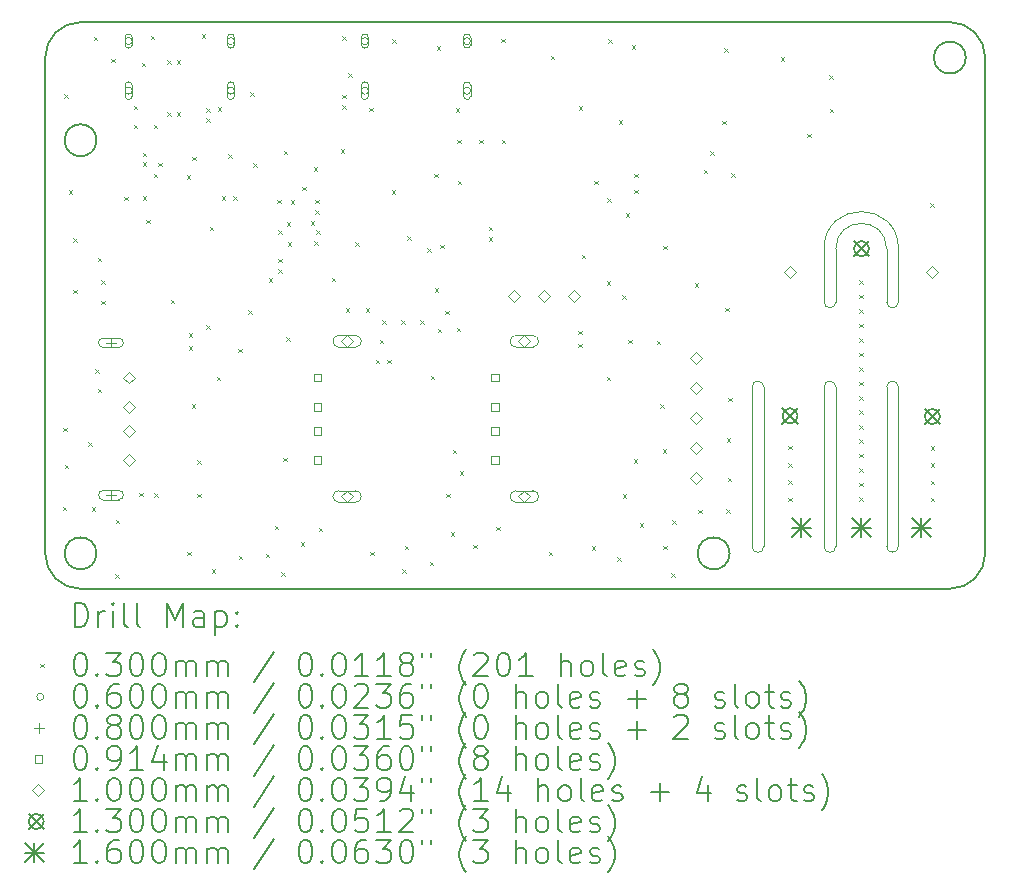
<source format=gbr>
%TF.GenerationSoftware,KiCad,Pcbnew,8.0.2*%
%TF.CreationDate,2024-06-10T19:24:12+08:00*%
%TF.ProjectId,pppc_usb_hub,70707063-5f75-4736-925f-6875622e6b69,Rev3*%
%TF.SameCoordinates,Original*%
%TF.FileFunction,Drillmap*%
%TF.FilePolarity,Positive*%
%FSLAX45Y45*%
G04 Gerber Fmt 4.5, Leading zero omitted, Abs format (unit mm)*
G04 Created by KiCad (PCBNEW 8.0.2) date 2024-06-10 19:24:12*
%MOMM*%
%LPD*%
G01*
G04 APERTURE LIST*
%ADD10C,0.050000*%
%ADD11C,0.200000*%
%ADD12C,0.100000*%
%ADD13C,0.130000*%
%ADD14C,0.160000*%
G04 APERTURE END LIST*
D10*
X18095000Y-10470000D02*
X18095000Y-10020000D01*
X17995000Y-10020000D02*
X17995000Y-10470000D01*
X18095000Y-10470000D02*
G75*
G02*
X17995000Y-10470000I-50000J0D01*
G01*
X17465000Y-10470000D02*
X17465000Y-10020000D01*
X17565000Y-10470000D02*
G75*
G02*
X17465000Y-10470000I-50000J0D01*
G01*
X17995000Y-11190000D02*
G75*
G02*
X18095000Y-11190000I50000J0D01*
G01*
X18095000Y-12540000D02*
G75*
G02*
X17995000Y-12540000I-50000J0D01*
G01*
X17565000Y-12540000D02*
G75*
G02*
X17465000Y-12540000I-50000J0D01*
G01*
X17565000Y-11190000D02*
X17565000Y-12540000D01*
X17465000Y-11190000D02*
G75*
G02*
X17565000Y-11190000I50000J0D01*
G01*
X16855000Y-11190000D02*
G75*
G02*
X16955000Y-11190000I50000J0D01*
G01*
X16855000Y-12540000D02*
X16855000Y-11190000D01*
X16955000Y-12540000D02*
G75*
G02*
X16855000Y-12540000I-50000J0D01*
G01*
X16955000Y-11190000D02*
X16955000Y-12540000D01*
X17465000Y-11190000D02*
X17465000Y-12540000D01*
X18095000Y-11190000D02*
X18095000Y-12540000D01*
X17995000Y-11190000D02*
X17995000Y-12540000D01*
X17465000Y-10020000D02*
G75*
G02*
X18095000Y-10020000I315000J0D01*
G01*
X17565000Y-10020000D02*
G75*
G02*
X17995000Y-10020000I215000J0D01*
G01*
D11*
X11170000Y-8101000D02*
X18530000Y-8101000D01*
X18665000Y-8401000D02*
G75*
G02*
X18395000Y-8401000I-135000J0D01*
G01*
X18395000Y-8401000D02*
G75*
G02*
X18665000Y-8401000I135000J0D01*
G01*
X18530000Y-12899000D02*
X11170000Y-12899000D01*
X10870000Y-12599000D02*
X10870000Y-8401000D01*
X11170000Y-12899000D02*
G75*
G02*
X10870000Y-12599000I0J300000D01*
G01*
X11305000Y-9101000D02*
G75*
G02*
X11035000Y-9101000I-135000J0D01*
G01*
X11035000Y-9101000D02*
G75*
G02*
X11305000Y-9101000I135000J0D01*
G01*
X18830000Y-12599000D02*
G75*
G02*
X18530000Y-12899000I-300000J0D01*
G01*
X11305000Y-12599000D02*
G75*
G02*
X11035000Y-12599000I-135000J0D01*
G01*
X11035000Y-12599000D02*
G75*
G02*
X11305000Y-12599000I135000J0D01*
G01*
X10870000Y-8401000D02*
G75*
G02*
X11170000Y-8101000I300000J0D01*
G01*
X18530000Y-8101000D02*
G75*
G02*
X18830000Y-8401000I0J-300000D01*
G01*
X16665000Y-12599000D02*
G75*
G02*
X16395000Y-12599000I-135000J0D01*
G01*
X16395000Y-12599000D02*
G75*
G02*
X16665000Y-12599000I135000J0D01*
G01*
X18830000Y-8401000D02*
X18830000Y-12599000D01*
D10*
X17565000Y-10020000D02*
X17565000Y-10470000D01*
D11*
D12*
X11020000Y-12205000D02*
X11050000Y-12235000D01*
X11050000Y-12205000D02*
X11020000Y-12235000D01*
X11025000Y-11535000D02*
X11055000Y-11565000D01*
X11055000Y-11535000D02*
X11025000Y-11565000D01*
X11030000Y-8710000D02*
X11060000Y-8740000D01*
X11060000Y-8710000D02*
X11030000Y-8740000D01*
X11035000Y-11850000D02*
X11065000Y-11880000D01*
X11065000Y-11850000D02*
X11035000Y-11880000D01*
X11070000Y-9525000D02*
X11100000Y-9555000D01*
X11100000Y-9525000D02*
X11070000Y-9555000D01*
X11110000Y-9930000D02*
X11140000Y-9960000D01*
X11140000Y-9930000D02*
X11110000Y-9960000D01*
X11110000Y-10365000D02*
X11140000Y-10395000D01*
X11140000Y-10365000D02*
X11110000Y-10395000D01*
X11235000Y-11660000D02*
X11265000Y-11690000D01*
X11265000Y-11660000D02*
X11235000Y-11690000D01*
X11265000Y-12210000D02*
X11295000Y-12240000D01*
X11295000Y-12210000D02*
X11265000Y-12240000D01*
X11280000Y-8225000D02*
X11310000Y-8255000D01*
X11310000Y-8225000D02*
X11280000Y-8255000D01*
X11295000Y-11040000D02*
X11325000Y-11070000D01*
X11325000Y-11040000D02*
X11295000Y-11070000D01*
X11315000Y-10095000D02*
X11345000Y-10125000D01*
X11345000Y-10095000D02*
X11315000Y-10125000D01*
X11315000Y-11205000D02*
X11345000Y-11235000D01*
X11345000Y-11205000D02*
X11315000Y-11235000D01*
X11345000Y-10285000D02*
X11375000Y-10315000D01*
X11375000Y-10285000D02*
X11345000Y-10315000D01*
X11345000Y-10460000D02*
X11375000Y-10490000D01*
X11375000Y-10460000D02*
X11345000Y-10490000D01*
X11430000Y-8410000D02*
X11460000Y-8440000D01*
X11460000Y-8410000D02*
X11430000Y-8440000D01*
X11465000Y-12775000D02*
X11495000Y-12805000D01*
X11495000Y-12775000D02*
X11465000Y-12805000D01*
X11470000Y-12315000D02*
X11500000Y-12345000D01*
X11500000Y-12315000D02*
X11470000Y-12345000D01*
X11540000Y-9580000D02*
X11570000Y-9610000D01*
X11570000Y-9580000D02*
X11540000Y-9610000D01*
X11620000Y-8810000D02*
X11650000Y-8840000D01*
X11650000Y-8810000D02*
X11620000Y-8840000D01*
X11620000Y-8970000D02*
X11650000Y-9000000D01*
X11650000Y-8970000D02*
X11620000Y-9000000D01*
X11665000Y-12085000D02*
X11695000Y-12115000D01*
X11695000Y-12085000D02*
X11665000Y-12115000D01*
X11690000Y-8445000D02*
X11720000Y-8475000D01*
X11720000Y-8445000D02*
X11690000Y-8475000D01*
X11695000Y-9205000D02*
X11725000Y-9235000D01*
X11725000Y-9205000D02*
X11695000Y-9235000D01*
X11695000Y-9285000D02*
X11725000Y-9315000D01*
X11725000Y-9285000D02*
X11695000Y-9315000D01*
X11695000Y-9575000D02*
X11725000Y-9605000D01*
X11725000Y-9575000D02*
X11695000Y-9605000D01*
X11725000Y-9775000D02*
X11755000Y-9805000D01*
X11755000Y-9775000D02*
X11725000Y-9805000D01*
X11765000Y-8215000D02*
X11795000Y-8245000D01*
X11795000Y-8215000D02*
X11765000Y-8245000D01*
X11790000Y-8970000D02*
X11820000Y-9000000D01*
X11820000Y-8970000D02*
X11790000Y-9000000D01*
X11790000Y-9385000D02*
X11820000Y-9415000D01*
X11820000Y-9385000D02*
X11790000Y-9415000D01*
X11795000Y-12090000D02*
X11825000Y-12120000D01*
X11825000Y-12090000D02*
X11795000Y-12120000D01*
X11830000Y-9290000D02*
X11860000Y-9320000D01*
X11860000Y-9290000D02*
X11830000Y-9320000D01*
X11904900Y-8425000D02*
X11934900Y-8455000D01*
X11934900Y-8425000D02*
X11904900Y-8455000D01*
X11904900Y-8865000D02*
X11934900Y-8895000D01*
X11934900Y-8865000D02*
X11904900Y-8895000D01*
X11935000Y-10450000D02*
X11965000Y-10480000D01*
X11965000Y-10450000D02*
X11935000Y-10480000D01*
X11984900Y-8425000D02*
X12014900Y-8455000D01*
X12014900Y-8425000D02*
X11984900Y-8455000D01*
X11984900Y-8865000D02*
X12014900Y-8895000D01*
X12014900Y-8865000D02*
X11984900Y-8895000D01*
X12070000Y-9395000D02*
X12100000Y-9425000D01*
X12100000Y-9395000D02*
X12070000Y-9425000D01*
X12075000Y-12585000D02*
X12105000Y-12615000D01*
X12105000Y-12585000D02*
X12075000Y-12615000D01*
X12085000Y-10734990D02*
X12115000Y-10764990D01*
X12115000Y-10734990D02*
X12085000Y-10764990D01*
X12085000Y-10844990D02*
X12115000Y-10874990D01*
X12115000Y-10844990D02*
X12085000Y-10874990D01*
X12110000Y-11335000D02*
X12140000Y-11365000D01*
X12140000Y-11335000D02*
X12110000Y-11365000D01*
X12115000Y-9240000D02*
X12145000Y-9270000D01*
X12145000Y-9240000D02*
X12115000Y-9270000D01*
X12160000Y-11810000D02*
X12190000Y-11840000D01*
X12190000Y-11810000D02*
X12160000Y-11840000D01*
X12160000Y-12095000D02*
X12190000Y-12125000D01*
X12190000Y-12095000D02*
X12160000Y-12125000D01*
X12195000Y-8205000D02*
X12225000Y-8235000D01*
X12225000Y-8205000D02*
X12195000Y-8235000D01*
X12235000Y-8830000D02*
X12265000Y-8860000D01*
X12265000Y-8830000D02*
X12235000Y-8860000D01*
X12235000Y-8915000D02*
X12265000Y-8945000D01*
X12265000Y-8915000D02*
X12235000Y-8945000D01*
X12235000Y-10665000D02*
X12265000Y-10695000D01*
X12265000Y-10665000D02*
X12235000Y-10695000D01*
X12265000Y-9835000D02*
X12295000Y-9865000D01*
X12295000Y-9835000D02*
X12265000Y-9865000D01*
X12280000Y-12735000D02*
X12310000Y-12765000D01*
X12310000Y-12735000D02*
X12280000Y-12765000D01*
X12325000Y-11105000D02*
X12355000Y-11135000D01*
X12355000Y-11105000D02*
X12325000Y-11135000D01*
X12330000Y-8820000D02*
X12360000Y-8850000D01*
X12360000Y-8820000D02*
X12330000Y-8850000D01*
X12365000Y-9575000D02*
X12395000Y-9605000D01*
X12395000Y-9575000D02*
X12365000Y-9605000D01*
X12420000Y-9220000D02*
X12450000Y-9250000D01*
X12450000Y-9220000D02*
X12420000Y-9250000D01*
X12465000Y-9575000D02*
X12495000Y-9605000D01*
X12495000Y-9575000D02*
X12465000Y-9605000D01*
X12505000Y-10865000D02*
X12535000Y-10895000D01*
X12535000Y-10865000D02*
X12505000Y-10895000D01*
X12510000Y-12620000D02*
X12540000Y-12650000D01*
X12540000Y-12620000D02*
X12510000Y-12650000D01*
X12590000Y-10540000D02*
X12620000Y-10570000D01*
X12620000Y-10540000D02*
X12590000Y-10570000D01*
X12605000Y-8695000D02*
X12635000Y-8725000D01*
X12635000Y-8695000D02*
X12605000Y-8725000D01*
X12630000Y-9295000D02*
X12660000Y-9325000D01*
X12660000Y-9295000D02*
X12630000Y-9325000D01*
X12740000Y-12600000D02*
X12770000Y-12630000D01*
X12770000Y-12600000D02*
X12740000Y-12630000D01*
X12765000Y-10270000D02*
X12795000Y-10300000D01*
X12795000Y-10270000D02*
X12765000Y-10300000D01*
X12815000Y-12365000D02*
X12845000Y-12395000D01*
X12845000Y-12365000D02*
X12815000Y-12395000D01*
X12835000Y-9605000D02*
X12865000Y-9635000D01*
X12865000Y-9605000D02*
X12835000Y-9635000D01*
X12845000Y-9865000D02*
X12875000Y-9895000D01*
X12875000Y-9865000D02*
X12845000Y-9895000D01*
X12845000Y-10105000D02*
X12875000Y-10135000D01*
X12875000Y-10105000D02*
X12845000Y-10135000D01*
X12845000Y-10195000D02*
X12875000Y-10225000D01*
X12875000Y-10195000D02*
X12845000Y-10225000D01*
X12870000Y-12760000D02*
X12900000Y-12790000D01*
X12900000Y-12760000D02*
X12870000Y-12790000D01*
X12885000Y-11790000D02*
X12915000Y-11820000D01*
X12915000Y-11790000D02*
X12885000Y-11820000D01*
X12890000Y-9190000D02*
X12920000Y-9220000D01*
X12920000Y-9190000D02*
X12890000Y-9220000D01*
X12910000Y-10770000D02*
X12940000Y-10800000D01*
X12940000Y-10770000D02*
X12910000Y-10800000D01*
X12915000Y-9795000D02*
X12945000Y-9825000D01*
X12945000Y-9795000D02*
X12915000Y-9825000D01*
X12925000Y-9965000D02*
X12955000Y-9995000D01*
X12955000Y-9965000D02*
X12925000Y-9995000D01*
X12950000Y-9610000D02*
X12980000Y-9640000D01*
X12980000Y-9610000D02*
X12950000Y-9640000D01*
X13035000Y-12505000D02*
X13065000Y-12535000D01*
X13065000Y-12505000D02*
X13035000Y-12535000D01*
X13045000Y-9494550D02*
X13075000Y-9524550D01*
X13075000Y-9494550D02*
X13045000Y-9524550D01*
X13120000Y-9785000D02*
X13150000Y-9815000D01*
X13150000Y-9785000D02*
X13120000Y-9815000D01*
X13145000Y-9330000D02*
X13175000Y-9360000D01*
X13175000Y-9330000D02*
X13145000Y-9360000D01*
X13150000Y-9955000D02*
X13180000Y-9985000D01*
X13180000Y-9955000D02*
X13150000Y-9985000D01*
X13155000Y-9605000D02*
X13185000Y-9635000D01*
X13185000Y-9605000D02*
X13155000Y-9635000D01*
X13155000Y-9695000D02*
X13185000Y-9725000D01*
X13185000Y-9695000D02*
X13155000Y-9725000D01*
X13165000Y-9865000D02*
X13195000Y-9895000D01*
X13195000Y-9865000D02*
X13165000Y-9895000D01*
X13185000Y-12380000D02*
X13215000Y-12410000D01*
X13215000Y-12380000D02*
X13185000Y-12410000D01*
X13295000Y-10265000D02*
X13325000Y-10295000D01*
X13325000Y-10265000D02*
X13295000Y-10295000D01*
X13375000Y-9175000D02*
X13405000Y-9205000D01*
X13405000Y-9175000D02*
X13375000Y-9205000D01*
X13385000Y-8220000D02*
X13415000Y-8250000D01*
X13415000Y-8220000D02*
X13385000Y-8250000D01*
X13385000Y-8715000D02*
X13415000Y-8745000D01*
X13415000Y-8715000D02*
X13385000Y-8745000D01*
X13385000Y-8805000D02*
X13415000Y-8835000D01*
X13415000Y-8805000D02*
X13385000Y-8835000D01*
X13415000Y-10525000D02*
X13445000Y-10555000D01*
X13445000Y-10525000D02*
X13415000Y-10555000D01*
X13435000Y-8535000D02*
X13465000Y-8565000D01*
X13465000Y-8535000D02*
X13435000Y-8565000D01*
X13495000Y-9965000D02*
X13525000Y-9995000D01*
X13525000Y-9965000D02*
X13495000Y-9995000D01*
X13585000Y-10525000D02*
X13615000Y-10555000D01*
X13615000Y-10525000D02*
X13585000Y-10555000D01*
X13615000Y-8825000D02*
X13645000Y-8855000D01*
X13645000Y-8825000D02*
X13615000Y-8855000D01*
X13625000Y-12585000D02*
X13655000Y-12615000D01*
X13655000Y-12585000D02*
X13625000Y-12615000D01*
X13670000Y-10960000D02*
X13700000Y-10990000D01*
X13700000Y-10960000D02*
X13670000Y-10990000D01*
X13705000Y-10790000D02*
X13735000Y-10820000D01*
X13735000Y-10790000D02*
X13705000Y-10820000D01*
X13725000Y-10625000D02*
X13755000Y-10655000D01*
X13755000Y-10625000D02*
X13725000Y-10655000D01*
X13765000Y-10960000D02*
X13795000Y-10990000D01*
X13795000Y-10960000D02*
X13765000Y-10990000D01*
X13805000Y-9525000D02*
X13835000Y-9555000D01*
X13835000Y-9525000D02*
X13805000Y-9555000D01*
X13810000Y-8245000D02*
X13840000Y-8275000D01*
X13840000Y-8245000D02*
X13810000Y-8275000D01*
X13885000Y-10625000D02*
X13915000Y-10655000D01*
X13915000Y-10625000D02*
X13885000Y-10655000D01*
X13895000Y-12735000D02*
X13925000Y-12765000D01*
X13925000Y-12735000D02*
X13895000Y-12765000D01*
X13915000Y-12535000D02*
X13945000Y-12565000D01*
X13945000Y-12535000D02*
X13915000Y-12565000D01*
X13935000Y-9915000D02*
X13965000Y-9945000D01*
X13965000Y-9915000D02*
X13935000Y-9945000D01*
X14045000Y-10625000D02*
X14075000Y-10655000D01*
X14075000Y-10625000D02*
X14045000Y-10655000D01*
X14105000Y-10015000D02*
X14135000Y-10045000D01*
X14135000Y-10015000D02*
X14105000Y-10045000D01*
X14125000Y-12670000D02*
X14155000Y-12700000D01*
X14155000Y-12670000D02*
X14125000Y-12700000D01*
X14135000Y-11095000D02*
X14165000Y-11125000D01*
X14165000Y-11095000D02*
X14135000Y-11125000D01*
X14165000Y-9385000D02*
X14195000Y-9415000D01*
X14195000Y-9385000D02*
X14165000Y-9415000D01*
X14170000Y-10355000D02*
X14200000Y-10385000D01*
X14200000Y-10355000D02*
X14170000Y-10385000D01*
X14185000Y-8305000D02*
X14215000Y-8335000D01*
X14215000Y-8305000D02*
X14185000Y-8335000D01*
X14195000Y-10695000D02*
X14225000Y-10725000D01*
X14225000Y-10695000D02*
X14195000Y-10725000D01*
X14215000Y-9985000D02*
X14245000Y-10015000D01*
X14245000Y-9985000D02*
X14215000Y-10015000D01*
X14260000Y-10545000D02*
X14290000Y-10575000D01*
X14290000Y-10545000D02*
X14260000Y-10575000D01*
X14265000Y-12095000D02*
X14295000Y-12125000D01*
X14295000Y-12095000D02*
X14265000Y-12125000D01*
X14305000Y-12420000D02*
X14335000Y-12450000D01*
X14335000Y-12420000D02*
X14305000Y-12450000D01*
X14320000Y-11720000D02*
X14350000Y-11750000D01*
X14350000Y-11720000D02*
X14320000Y-11750000D01*
X14345000Y-8830000D02*
X14375000Y-8860000D01*
X14375000Y-8830000D02*
X14345000Y-8860000D01*
X14355000Y-10690000D02*
X14385000Y-10720000D01*
X14385000Y-10690000D02*
X14355000Y-10720000D01*
X14360000Y-9095000D02*
X14390000Y-9125000D01*
X14390000Y-9095000D02*
X14360000Y-9125000D01*
X14365000Y-9445000D02*
X14395000Y-9475000D01*
X14395000Y-9445000D02*
X14365000Y-9475000D01*
X14380000Y-11905000D02*
X14410000Y-11935000D01*
X14410000Y-11905000D02*
X14380000Y-11935000D01*
X14495000Y-12525000D02*
X14525000Y-12555000D01*
X14525000Y-12525000D02*
X14495000Y-12555000D01*
X14547500Y-9095000D02*
X14577500Y-9125000D01*
X14577500Y-9095000D02*
X14547500Y-9125000D01*
X14625000Y-9835000D02*
X14655000Y-9865000D01*
X14655000Y-9835000D02*
X14625000Y-9865000D01*
X14625000Y-9920000D02*
X14655000Y-9950000D01*
X14655000Y-9920000D02*
X14625000Y-9950000D01*
X14690000Y-12375000D02*
X14720000Y-12405000D01*
X14720000Y-12375000D02*
X14690000Y-12405000D01*
X14730000Y-8240000D02*
X14760000Y-8270000D01*
X14760000Y-8240000D02*
X14730000Y-8270000D01*
X14735000Y-9095000D02*
X14765000Y-9125000D01*
X14765000Y-9095000D02*
X14735000Y-9125000D01*
X15135000Y-12585000D02*
X15165000Y-12615000D01*
X15165000Y-12585000D02*
X15135000Y-12615000D01*
X15150000Y-8385000D02*
X15180000Y-8415000D01*
X15180000Y-8385000D02*
X15150000Y-8415000D01*
X15385000Y-10714990D02*
X15415000Y-10744990D01*
X15415000Y-10714990D02*
X15385000Y-10744990D01*
X15385000Y-10824990D02*
X15415000Y-10854990D01*
X15415000Y-10824990D02*
X15385000Y-10854990D01*
X15390000Y-8815000D02*
X15420000Y-8845000D01*
X15420000Y-8815000D02*
X15390000Y-8845000D01*
X15415000Y-10070000D02*
X15445000Y-10100000D01*
X15445000Y-10070000D02*
X15415000Y-10100000D01*
X15500000Y-12540000D02*
X15530000Y-12570000D01*
X15530000Y-12540000D02*
X15500000Y-12570000D01*
X15520000Y-9445000D02*
X15550000Y-9475000D01*
X15550000Y-9445000D02*
X15520000Y-9475000D01*
X15625000Y-10295000D02*
X15655000Y-10325000D01*
X15655000Y-10295000D02*
X15625000Y-10325000D01*
X15625000Y-11105000D02*
X15655000Y-11135000D01*
X15655000Y-11105000D02*
X15625000Y-11135000D01*
X15630000Y-9590000D02*
X15660000Y-9620000D01*
X15660000Y-9590000D02*
X15630000Y-9620000D01*
X15640000Y-8245000D02*
X15670000Y-8275000D01*
X15670000Y-8245000D02*
X15640000Y-8275000D01*
X15715000Y-12630000D02*
X15745000Y-12660000D01*
X15745000Y-12630000D02*
X15715000Y-12660000D01*
X15725000Y-8930000D02*
X15755000Y-8960000D01*
X15755000Y-8930000D02*
X15725000Y-8960000D01*
X15755000Y-10415000D02*
X15785000Y-10445000D01*
X15785000Y-10415000D02*
X15755000Y-10445000D01*
X15760000Y-12100000D02*
X15790000Y-12130000D01*
X15790000Y-12100000D02*
X15760000Y-12130000D01*
X15785000Y-9720000D02*
X15815000Y-9750000D01*
X15815000Y-9720000D02*
X15785000Y-9750000D01*
X15805000Y-10790000D02*
X15835000Y-10820000D01*
X15835000Y-10790000D02*
X15805000Y-10820000D01*
X15835000Y-8295000D02*
X15865000Y-8325000D01*
X15865000Y-8295000D02*
X15835000Y-8325000D01*
X15855000Y-11800000D02*
X15885000Y-11830000D01*
X15885000Y-11800000D02*
X15855000Y-11830000D01*
X15860000Y-9385000D02*
X15890000Y-9415000D01*
X15890000Y-9385000D02*
X15860000Y-9415000D01*
X15860000Y-9520000D02*
X15890000Y-9550000D01*
X15890000Y-9520000D02*
X15860000Y-9550000D01*
X15905000Y-12345000D02*
X15935000Y-12375000D01*
X15935000Y-12345000D02*
X15905000Y-12375000D01*
X16050000Y-10800000D02*
X16080000Y-10830000D01*
X16080000Y-10800000D02*
X16050000Y-10830000D01*
X16080000Y-11335000D02*
X16110000Y-11365000D01*
X16110000Y-11335000D02*
X16080000Y-11365000D01*
X16100000Y-11715000D02*
X16130000Y-11745000D01*
X16130000Y-11715000D02*
X16100000Y-11745000D01*
X16105000Y-9995000D02*
X16135000Y-10025000D01*
X16135000Y-9995000D02*
X16105000Y-10025000D01*
X16105000Y-12535000D02*
X16135000Y-12565000D01*
X16135000Y-12535000D02*
X16105000Y-12565000D01*
X16170000Y-12765000D02*
X16200000Y-12795000D01*
X16200000Y-12765000D02*
X16170000Y-12795000D01*
X16180000Y-12320000D02*
X16210000Y-12350000D01*
X16210000Y-12320000D02*
X16180000Y-12350000D01*
X16370000Y-10310000D02*
X16400000Y-10340000D01*
X16400000Y-10310000D02*
X16370000Y-10340000D01*
X16400000Y-12230000D02*
X16430000Y-12260000D01*
X16430000Y-12230000D02*
X16400000Y-12260000D01*
X16445000Y-9350000D02*
X16475000Y-9380000D01*
X16475000Y-9350000D02*
X16445000Y-9380000D01*
X16500000Y-9195000D02*
X16530000Y-9225000D01*
X16530000Y-9195000D02*
X16500000Y-9225000D01*
X16605000Y-8935000D02*
X16635000Y-8965000D01*
X16635000Y-8935000D02*
X16605000Y-8965000D01*
X16620000Y-8320000D02*
X16650000Y-8350000D01*
X16650000Y-8320000D02*
X16620000Y-8350000D01*
X16630000Y-10520000D02*
X16660000Y-10550000D01*
X16660000Y-10520000D02*
X16630000Y-10550000D01*
X16635000Y-12225000D02*
X16665000Y-12255000D01*
X16665000Y-12225000D02*
X16635000Y-12255000D01*
X16640000Y-11625000D02*
X16670000Y-11655000D01*
X16670000Y-11625000D02*
X16640000Y-11655000D01*
X16650000Y-11960000D02*
X16680000Y-11990000D01*
X16680000Y-11960000D02*
X16650000Y-11990000D01*
X16655000Y-11280000D02*
X16685000Y-11310000D01*
X16685000Y-11280000D02*
X16655000Y-11310000D01*
X16680000Y-9380000D02*
X16710000Y-9410000D01*
X16710000Y-9380000D02*
X16680000Y-9410000D01*
X17100000Y-8400000D02*
X17130000Y-8430000D01*
X17130000Y-8400000D02*
X17100000Y-8430000D01*
X17162000Y-11687000D02*
X17192000Y-11717000D01*
X17192000Y-11687000D02*
X17162000Y-11717000D01*
X17162000Y-11834000D02*
X17192000Y-11864000D01*
X17192000Y-11834000D02*
X17162000Y-11864000D01*
X17162000Y-11981000D02*
X17192000Y-12011000D01*
X17192000Y-11981000D02*
X17162000Y-12011000D01*
X17162000Y-12128000D02*
X17192000Y-12158000D01*
X17192000Y-12128000D02*
X17162000Y-12158000D01*
X17325000Y-9045000D02*
X17355000Y-9075000D01*
X17355000Y-9045000D02*
X17325000Y-9075000D01*
X17510000Y-8550000D02*
X17540000Y-8580000D01*
X17540000Y-8550000D02*
X17510000Y-8580000D01*
X17515000Y-8835000D02*
X17545000Y-8865000D01*
X17545000Y-8835000D02*
X17515000Y-8865000D01*
X17765000Y-10285000D02*
X17795000Y-10315000D01*
X17795000Y-10285000D02*
X17765000Y-10315000D01*
X17765000Y-10407667D02*
X17795000Y-10437667D01*
X17795000Y-10407667D02*
X17765000Y-10437667D01*
X17765000Y-10530333D02*
X17795000Y-10560333D01*
X17795000Y-10530333D02*
X17765000Y-10560333D01*
X17765000Y-10653000D02*
X17795000Y-10683000D01*
X17795000Y-10653000D02*
X17765000Y-10683000D01*
X17765000Y-10775666D02*
X17795000Y-10805666D01*
X17795000Y-10775666D02*
X17765000Y-10805666D01*
X17765000Y-10898333D02*
X17795000Y-10928333D01*
X17795000Y-10898333D02*
X17765000Y-10928333D01*
X17765000Y-11021000D02*
X17795000Y-11051000D01*
X17795000Y-11021000D02*
X17765000Y-11051000D01*
X17765000Y-11143666D02*
X17795000Y-11173666D01*
X17795000Y-11143666D02*
X17765000Y-11173666D01*
X17765000Y-11266333D02*
X17795000Y-11296333D01*
X17795000Y-11266333D02*
X17765000Y-11296333D01*
X17765000Y-11388999D02*
X17795000Y-11418999D01*
X17795000Y-11388999D02*
X17765000Y-11418999D01*
X17765000Y-11511666D02*
X17795000Y-11541666D01*
X17795000Y-11511666D02*
X17765000Y-11541666D01*
X17765000Y-11634333D02*
X17795000Y-11664333D01*
X17795000Y-11634333D02*
X17765000Y-11664333D01*
X17765000Y-11756999D02*
X17795000Y-11786999D01*
X17795000Y-11756999D02*
X17765000Y-11786999D01*
X17765000Y-11879666D02*
X17795000Y-11909666D01*
X17795000Y-11879666D02*
X17765000Y-11909666D01*
X17765000Y-12002332D02*
X17795000Y-12032332D01*
X17795000Y-12002332D02*
X17765000Y-12032332D01*
X17765000Y-12125000D02*
X17795000Y-12155000D01*
X17795000Y-12125000D02*
X17765000Y-12155000D01*
X18362000Y-9632000D02*
X18392000Y-9662000D01*
X18392000Y-9632000D02*
X18362000Y-9662000D01*
X18367000Y-11691000D02*
X18397000Y-11721000D01*
X18397000Y-11691000D02*
X18367000Y-11721000D01*
X18367000Y-11837000D02*
X18397000Y-11867000D01*
X18397000Y-11837000D02*
X18367000Y-11867000D01*
X18367000Y-11983000D02*
X18397000Y-12013000D01*
X18397000Y-11983000D02*
X18367000Y-12013000D01*
X18367000Y-12129000D02*
X18397000Y-12159000D01*
X18397000Y-12129000D02*
X18367000Y-12159000D01*
X11607400Y-8261350D02*
G75*
G02*
X11547400Y-8261350I-30000J0D01*
G01*
X11547400Y-8261350D02*
G75*
G02*
X11607400Y-8261350I30000J0D01*
G01*
X11607400Y-8291350D02*
X11607400Y-8231350D01*
X11547400Y-8231350D02*
G75*
G02*
X11607400Y-8231350I30000J0D01*
G01*
X11547400Y-8231350D02*
X11547400Y-8291350D01*
X11547400Y-8291350D02*
G75*
G03*
X11607400Y-8291350I30000J0D01*
G01*
X11607400Y-8681360D02*
G75*
G02*
X11547400Y-8681360I-30000J0D01*
G01*
X11547400Y-8681360D02*
G75*
G02*
X11607400Y-8681360I30000J0D01*
G01*
X11607400Y-8726360D02*
X11607400Y-8636360D01*
X11547400Y-8636360D02*
G75*
G02*
X11607400Y-8636360I30000J0D01*
G01*
X11547400Y-8636360D02*
X11547400Y-8726360D01*
X11547400Y-8726360D02*
G75*
G03*
X11607400Y-8726360I30000J0D01*
G01*
X12472400Y-8261350D02*
G75*
G02*
X12412400Y-8261350I-30000J0D01*
G01*
X12412400Y-8261350D02*
G75*
G02*
X12472400Y-8261350I30000J0D01*
G01*
X12472400Y-8291350D02*
X12472400Y-8231350D01*
X12412400Y-8231350D02*
G75*
G02*
X12472400Y-8231350I30000J0D01*
G01*
X12412400Y-8231350D02*
X12412400Y-8291350D01*
X12412400Y-8291350D02*
G75*
G03*
X12472400Y-8291350I30000J0D01*
G01*
X12472400Y-8681360D02*
G75*
G02*
X12412400Y-8681360I-30000J0D01*
G01*
X12412400Y-8681360D02*
G75*
G02*
X12472400Y-8681360I30000J0D01*
G01*
X12472400Y-8726360D02*
X12472400Y-8636360D01*
X12412400Y-8636360D02*
G75*
G02*
X12472400Y-8636360I30000J0D01*
G01*
X12412400Y-8636360D02*
X12412400Y-8726360D01*
X12412400Y-8726360D02*
G75*
G03*
X12472400Y-8726360I30000J0D01*
G01*
X13607400Y-8261350D02*
G75*
G02*
X13547400Y-8261350I-30000J0D01*
G01*
X13547400Y-8261350D02*
G75*
G02*
X13607400Y-8261350I30000J0D01*
G01*
X13607400Y-8291350D02*
X13607400Y-8231350D01*
X13547400Y-8231350D02*
G75*
G02*
X13607400Y-8231350I30000J0D01*
G01*
X13547400Y-8231350D02*
X13547400Y-8291350D01*
X13547400Y-8291350D02*
G75*
G03*
X13607400Y-8291350I30000J0D01*
G01*
X13607400Y-8681360D02*
G75*
G02*
X13547400Y-8681360I-30000J0D01*
G01*
X13547400Y-8681360D02*
G75*
G02*
X13607400Y-8681360I30000J0D01*
G01*
X13607400Y-8726360D02*
X13607400Y-8636360D01*
X13547400Y-8636360D02*
G75*
G02*
X13607400Y-8636360I30000J0D01*
G01*
X13547400Y-8636360D02*
X13547400Y-8726360D01*
X13547400Y-8726360D02*
G75*
G03*
X13607400Y-8726360I30000J0D01*
G01*
X14472400Y-8261350D02*
G75*
G02*
X14412400Y-8261350I-30000J0D01*
G01*
X14412400Y-8261350D02*
G75*
G02*
X14472400Y-8261350I30000J0D01*
G01*
X14472400Y-8291350D02*
X14472400Y-8231350D01*
X14412400Y-8231350D02*
G75*
G02*
X14472400Y-8231350I30000J0D01*
G01*
X14412400Y-8231350D02*
X14412400Y-8291350D01*
X14412400Y-8291350D02*
G75*
G03*
X14472400Y-8291350I30000J0D01*
G01*
X14472400Y-8681360D02*
G75*
G02*
X14412400Y-8681360I-30000J0D01*
G01*
X14412400Y-8681360D02*
G75*
G02*
X14472400Y-8681360I30000J0D01*
G01*
X14472400Y-8726360D02*
X14472400Y-8636360D01*
X14412400Y-8636360D02*
G75*
G02*
X14472400Y-8636360I30000J0D01*
G01*
X14412400Y-8636360D02*
X14412400Y-8726360D01*
X14412400Y-8726360D02*
G75*
G03*
X14472400Y-8726360I30000J0D01*
G01*
X11427380Y-10775000D02*
X11427380Y-10855000D01*
X11387380Y-10815000D02*
X11467380Y-10815000D01*
X11362380Y-10855000D02*
X11492380Y-10855000D01*
X11492380Y-10775000D02*
G75*
G02*
X11492380Y-10855000I0J-40000D01*
G01*
X11492380Y-10775000D02*
X11362380Y-10775000D01*
X11362380Y-10775000D02*
G75*
G03*
X11362380Y-10855000I0J-40000D01*
G01*
X11427380Y-12064980D02*
X11427380Y-12144980D01*
X11387380Y-12104980D02*
X11467380Y-12104980D01*
X11362380Y-12144980D02*
X11492380Y-12144980D01*
X11492380Y-12064980D02*
G75*
G02*
X11492380Y-12144980I0J-40000D01*
G01*
X11492380Y-12064980D02*
X11362380Y-12064980D01*
X11362380Y-12064980D02*
G75*
G03*
X11362380Y-12144980I0J-40000D01*
G01*
X13209689Y-11142309D02*
X13209689Y-11077651D01*
X13145031Y-11077651D01*
X13145031Y-11142309D01*
X13209689Y-11142309D01*
X13209689Y-11392239D02*
X13209689Y-11327581D01*
X13145031Y-11327581D01*
X13145031Y-11392239D01*
X13209689Y-11392239D01*
X13209689Y-11592399D02*
X13209689Y-11527741D01*
X13145031Y-11527741D01*
X13145031Y-11592399D01*
X13209689Y-11592399D01*
X13209689Y-11842329D02*
X13209689Y-11777671D01*
X13145031Y-11777671D01*
X13145031Y-11842329D01*
X13209689Y-11842329D01*
X14709689Y-11142309D02*
X14709689Y-11077651D01*
X14645031Y-11077651D01*
X14645031Y-11142309D01*
X14709689Y-11142309D01*
X14709689Y-11392239D02*
X14709689Y-11327581D01*
X14645031Y-11327581D01*
X14645031Y-11392239D01*
X14709689Y-11392239D01*
X14709689Y-11592399D02*
X14709689Y-11527741D01*
X14645031Y-11527741D01*
X14645031Y-11592399D01*
X14709689Y-11592399D01*
X14709689Y-11842329D02*
X14709689Y-11777671D01*
X14645031Y-11777671D01*
X14645031Y-11842329D01*
X14709689Y-11842329D01*
X11577400Y-11159990D02*
X11627400Y-11109990D01*
X11577400Y-11059990D01*
X11527400Y-11109990D01*
X11577400Y-11159990D01*
X11577400Y-11410000D02*
X11627400Y-11360000D01*
X11577400Y-11310000D01*
X11527400Y-11360000D01*
X11577400Y-11410000D01*
X11577400Y-11610000D02*
X11627400Y-11560000D01*
X11577400Y-11510000D01*
X11527400Y-11560000D01*
X11577400Y-11610000D01*
X11577400Y-11859990D02*
X11627400Y-11809990D01*
X11577400Y-11759990D01*
X11527400Y-11809990D01*
X11577400Y-11859990D01*
X13427380Y-10852990D02*
X13477380Y-10802990D01*
X13427380Y-10752990D01*
X13377380Y-10802990D01*
X13427380Y-10852990D01*
X13497380Y-10752990D02*
X13357380Y-10752990D01*
X13357380Y-10852990D02*
G75*
G02*
X13357380Y-10752990I0J50000D01*
G01*
X13357380Y-10852990D02*
X13497380Y-10852990D01*
X13497380Y-10852990D02*
G75*
G03*
X13497380Y-10752990I0J50000D01*
G01*
X13427380Y-12166990D02*
X13477380Y-12116990D01*
X13427380Y-12066990D01*
X13377380Y-12116990D01*
X13427380Y-12166990D01*
X13357380Y-12166990D02*
X13497380Y-12166990D01*
X13497380Y-12066990D02*
G75*
G02*
X13497380Y-12166990I0J-50000D01*
G01*
X13497380Y-12066990D02*
X13357380Y-12066990D01*
X13357380Y-12066990D02*
G75*
G03*
X13357380Y-12166990I0J-50000D01*
G01*
X14842000Y-10470000D02*
X14892000Y-10420000D01*
X14842000Y-10370000D01*
X14792000Y-10420000D01*
X14842000Y-10470000D01*
X14927380Y-10852990D02*
X14977380Y-10802990D01*
X14927380Y-10752990D01*
X14877380Y-10802990D01*
X14927380Y-10852990D01*
X14997380Y-10752990D02*
X14857380Y-10752990D01*
X14857380Y-10852990D02*
G75*
G02*
X14857380Y-10752990I0J50000D01*
G01*
X14857380Y-10852990D02*
X14997380Y-10852990D01*
X14997380Y-10852990D02*
G75*
G03*
X14997380Y-10752990I0J50000D01*
G01*
X14927380Y-12166990D02*
X14977380Y-12116990D01*
X14927380Y-12066990D01*
X14877380Y-12116990D01*
X14927380Y-12166990D01*
X14857380Y-12166990D02*
X14997380Y-12166990D01*
X14997380Y-12066990D02*
G75*
G02*
X14997380Y-12166990I0J-50000D01*
G01*
X14997380Y-12066990D02*
X14857380Y-12066990D01*
X14857380Y-12066990D02*
G75*
G03*
X14857380Y-12166990I0J-50000D01*
G01*
X15096000Y-10470000D02*
X15146000Y-10420000D01*
X15096000Y-10370000D01*
X15046000Y-10420000D01*
X15096000Y-10470000D01*
X15350000Y-10470000D02*
X15400000Y-10420000D01*
X15350000Y-10370000D01*
X15300000Y-10420000D01*
X15350000Y-10470000D01*
X16380000Y-10998000D02*
X16430000Y-10948000D01*
X16380000Y-10898000D01*
X16330000Y-10948000D01*
X16380000Y-10998000D01*
X16380000Y-11252000D02*
X16430000Y-11202000D01*
X16380000Y-11152000D01*
X16330000Y-11202000D01*
X16380000Y-11252000D01*
X16380000Y-11506000D02*
X16430000Y-11456000D01*
X16380000Y-11406000D01*
X16330000Y-11456000D01*
X16380000Y-11506000D01*
X16380000Y-11760000D02*
X16430000Y-11710000D01*
X16380000Y-11660000D01*
X16330000Y-11710000D01*
X16380000Y-11760000D01*
X16380000Y-12014000D02*
X16430000Y-11964000D01*
X16380000Y-11914000D01*
X16330000Y-11964000D01*
X16380000Y-12014000D01*
X17177000Y-10265000D02*
X17227000Y-10215000D01*
X17177000Y-10165000D01*
X17127000Y-10215000D01*
X17177000Y-10265000D01*
X18377000Y-10265000D02*
X18427000Y-10215000D01*
X18377000Y-10165000D01*
X18327000Y-10215000D01*
X18377000Y-10265000D01*
D13*
X17112000Y-11370000D02*
X17242000Y-11500000D01*
X17242000Y-11370000D02*
X17112000Y-11500000D01*
X17242000Y-11435000D02*
G75*
G02*
X17112000Y-11435000I-65000J0D01*
G01*
X17112000Y-11435000D02*
G75*
G02*
X17242000Y-11435000I65000J0D01*
G01*
X17717000Y-9955000D02*
X17847000Y-10085000D01*
X17847000Y-9955000D02*
X17717000Y-10085000D01*
X17847000Y-10020000D02*
G75*
G02*
X17717000Y-10020000I-65000J0D01*
G01*
X17717000Y-10020000D02*
G75*
G02*
X17847000Y-10020000I65000J0D01*
G01*
X18317000Y-11375000D02*
X18447000Y-11505000D01*
X18447000Y-11375000D02*
X18317000Y-11505000D01*
X18447000Y-11440000D02*
G75*
G02*
X18317000Y-11440000I-65000J0D01*
G01*
X18317000Y-11440000D02*
G75*
G02*
X18447000Y-11440000I65000J0D01*
G01*
D14*
X17194000Y-12300000D02*
X17354000Y-12460000D01*
X17354000Y-12300000D02*
X17194000Y-12460000D01*
X17274000Y-12300000D02*
X17274000Y-12460000D01*
X17194000Y-12380000D02*
X17354000Y-12380000D01*
X17702000Y-12300000D02*
X17862000Y-12460000D01*
X17862000Y-12300000D02*
X17702000Y-12460000D01*
X17782000Y-12300000D02*
X17782000Y-12460000D01*
X17702000Y-12380000D02*
X17862000Y-12380000D01*
X18210000Y-12300000D02*
X18370000Y-12460000D01*
X18370000Y-12300000D02*
X18210000Y-12460000D01*
X18290000Y-12300000D02*
X18290000Y-12460000D01*
X18210000Y-12380000D02*
X18370000Y-12380000D01*
D11*
X11120777Y-13220484D02*
X11120777Y-13020484D01*
X11120777Y-13020484D02*
X11168396Y-13020484D01*
X11168396Y-13020484D02*
X11196967Y-13030008D01*
X11196967Y-13030008D02*
X11216015Y-13049055D01*
X11216015Y-13049055D02*
X11225539Y-13068103D01*
X11225539Y-13068103D02*
X11235062Y-13106198D01*
X11235062Y-13106198D02*
X11235062Y-13134769D01*
X11235062Y-13134769D02*
X11225539Y-13172865D01*
X11225539Y-13172865D02*
X11216015Y-13191912D01*
X11216015Y-13191912D02*
X11196967Y-13210960D01*
X11196967Y-13210960D02*
X11168396Y-13220484D01*
X11168396Y-13220484D02*
X11120777Y-13220484D01*
X11320777Y-13220484D02*
X11320777Y-13087150D01*
X11320777Y-13125246D02*
X11330301Y-13106198D01*
X11330301Y-13106198D02*
X11339824Y-13096674D01*
X11339824Y-13096674D02*
X11358872Y-13087150D01*
X11358872Y-13087150D02*
X11377920Y-13087150D01*
X11444586Y-13220484D02*
X11444586Y-13087150D01*
X11444586Y-13020484D02*
X11435062Y-13030008D01*
X11435062Y-13030008D02*
X11444586Y-13039531D01*
X11444586Y-13039531D02*
X11454110Y-13030008D01*
X11454110Y-13030008D02*
X11444586Y-13020484D01*
X11444586Y-13020484D02*
X11444586Y-13039531D01*
X11568396Y-13220484D02*
X11549348Y-13210960D01*
X11549348Y-13210960D02*
X11539824Y-13191912D01*
X11539824Y-13191912D02*
X11539824Y-13020484D01*
X11673158Y-13220484D02*
X11654110Y-13210960D01*
X11654110Y-13210960D02*
X11644586Y-13191912D01*
X11644586Y-13191912D02*
X11644586Y-13020484D01*
X11901729Y-13220484D02*
X11901729Y-13020484D01*
X11901729Y-13020484D02*
X11968396Y-13163341D01*
X11968396Y-13163341D02*
X12035062Y-13020484D01*
X12035062Y-13020484D02*
X12035062Y-13220484D01*
X12216015Y-13220484D02*
X12216015Y-13115722D01*
X12216015Y-13115722D02*
X12206491Y-13096674D01*
X12206491Y-13096674D02*
X12187443Y-13087150D01*
X12187443Y-13087150D02*
X12149348Y-13087150D01*
X12149348Y-13087150D02*
X12130301Y-13096674D01*
X12216015Y-13210960D02*
X12196967Y-13220484D01*
X12196967Y-13220484D02*
X12149348Y-13220484D01*
X12149348Y-13220484D02*
X12130301Y-13210960D01*
X12130301Y-13210960D02*
X12120777Y-13191912D01*
X12120777Y-13191912D02*
X12120777Y-13172865D01*
X12120777Y-13172865D02*
X12130301Y-13153817D01*
X12130301Y-13153817D02*
X12149348Y-13144293D01*
X12149348Y-13144293D02*
X12196967Y-13144293D01*
X12196967Y-13144293D02*
X12216015Y-13134769D01*
X12311253Y-13087150D02*
X12311253Y-13287150D01*
X12311253Y-13096674D02*
X12330301Y-13087150D01*
X12330301Y-13087150D02*
X12368396Y-13087150D01*
X12368396Y-13087150D02*
X12387443Y-13096674D01*
X12387443Y-13096674D02*
X12396967Y-13106198D01*
X12396967Y-13106198D02*
X12406491Y-13125246D01*
X12406491Y-13125246D02*
X12406491Y-13182388D01*
X12406491Y-13182388D02*
X12396967Y-13201436D01*
X12396967Y-13201436D02*
X12387443Y-13210960D01*
X12387443Y-13210960D02*
X12368396Y-13220484D01*
X12368396Y-13220484D02*
X12330301Y-13220484D01*
X12330301Y-13220484D02*
X12311253Y-13210960D01*
X12492205Y-13201436D02*
X12501729Y-13210960D01*
X12501729Y-13210960D02*
X12492205Y-13220484D01*
X12492205Y-13220484D02*
X12482682Y-13210960D01*
X12482682Y-13210960D02*
X12492205Y-13201436D01*
X12492205Y-13201436D02*
X12492205Y-13220484D01*
X12492205Y-13096674D02*
X12501729Y-13106198D01*
X12501729Y-13106198D02*
X12492205Y-13115722D01*
X12492205Y-13115722D02*
X12482682Y-13106198D01*
X12482682Y-13106198D02*
X12492205Y-13096674D01*
X12492205Y-13096674D02*
X12492205Y-13115722D01*
D12*
X10830000Y-13534000D02*
X10860000Y-13564000D01*
X10860000Y-13534000D02*
X10830000Y-13564000D01*
D11*
X11158872Y-13440484D02*
X11177920Y-13440484D01*
X11177920Y-13440484D02*
X11196967Y-13450008D01*
X11196967Y-13450008D02*
X11206491Y-13459531D01*
X11206491Y-13459531D02*
X11216015Y-13478579D01*
X11216015Y-13478579D02*
X11225539Y-13516674D01*
X11225539Y-13516674D02*
X11225539Y-13564293D01*
X11225539Y-13564293D02*
X11216015Y-13602388D01*
X11216015Y-13602388D02*
X11206491Y-13621436D01*
X11206491Y-13621436D02*
X11196967Y-13630960D01*
X11196967Y-13630960D02*
X11177920Y-13640484D01*
X11177920Y-13640484D02*
X11158872Y-13640484D01*
X11158872Y-13640484D02*
X11139824Y-13630960D01*
X11139824Y-13630960D02*
X11130301Y-13621436D01*
X11130301Y-13621436D02*
X11120777Y-13602388D01*
X11120777Y-13602388D02*
X11111253Y-13564293D01*
X11111253Y-13564293D02*
X11111253Y-13516674D01*
X11111253Y-13516674D02*
X11120777Y-13478579D01*
X11120777Y-13478579D02*
X11130301Y-13459531D01*
X11130301Y-13459531D02*
X11139824Y-13450008D01*
X11139824Y-13450008D02*
X11158872Y-13440484D01*
X11311253Y-13621436D02*
X11320777Y-13630960D01*
X11320777Y-13630960D02*
X11311253Y-13640484D01*
X11311253Y-13640484D02*
X11301729Y-13630960D01*
X11301729Y-13630960D02*
X11311253Y-13621436D01*
X11311253Y-13621436D02*
X11311253Y-13640484D01*
X11387443Y-13440484D02*
X11511253Y-13440484D01*
X11511253Y-13440484D02*
X11444586Y-13516674D01*
X11444586Y-13516674D02*
X11473158Y-13516674D01*
X11473158Y-13516674D02*
X11492205Y-13526198D01*
X11492205Y-13526198D02*
X11501729Y-13535722D01*
X11501729Y-13535722D02*
X11511253Y-13554769D01*
X11511253Y-13554769D02*
X11511253Y-13602388D01*
X11511253Y-13602388D02*
X11501729Y-13621436D01*
X11501729Y-13621436D02*
X11492205Y-13630960D01*
X11492205Y-13630960D02*
X11473158Y-13640484D01*
X11473158Y-13640484D02*
X11416015Y-13640484D01*
X11416015Y-13640484D02*
X11396967Y-13630960D01*
X11396967Y-13630960D02*
X11387443Y-13621436D01*
X11635062Y-13440484D02*
X11654110Y-13440484D01*
X11654110Y-13440484D02*
X11673158Y-13450008D01*
X11673158Y-13450008D02*
X11682682Y-13459531D01*
X11682682Y-13459531D02*
X11692205Y-13478579D01*
X11692205Y-13478579D02*
X11701729Y-13516674D01*
X11701729Y-13516674D02*
X11701729Y-13564293D01*
X11701729Y-13564293D02*
X11692205Y-13602388D01*
X11692205Y-13602388D02*
X11682682Y-13621436D01*
X11682682Y-13621436D02*
X11673158Y-13630960D01*
X11673158Y-13630960D02*
X11654110Y-13640484D01*
X11654110Y-13640484D02*
X11635062Y-13640484D01*
X11635062Y-13640484D02*
X11616015Y-13630960D01*
X11616015Y-13630960D02*
X11606491Y-13621436D01*
X11606491Y-13621436D02*
X11596967Y-13602388D01*
X11596967Y-13602388D02*
X11587443Y-13564293D01*
X11587443Y-13564293D02*
X11587443Y-13516674D01*
X11587443Y-13516674D02*
X11596967Y-13478579D01*
X11596967Y-13478579D02*
X11606491Y-13459531D01*
X11606491Y-13459531D02*
X11616015Y-13450008D01*
X11616015Y-13450008D02*
X11635062Y-13440484D01*
X11825539Y-13440484D02*
X11844586Y-13440484D01*
X11844586Y-13440484D02*
X11863634Y-13450008D01*
X11863634Y-13450008D02*
X11873158Y-13459531D01*
X11873158Y-13459531D02*
X11882682Y-13478579D01*
X11882682Y-13478579D02*
X11892205Y-13516674D01*
X11892205Y-13516674D02*
X11892205Y-13564293D01*
X11892205Y-13564293D02*
X11882682Y-13602388D01*
X11882682Y-13602388D02*
X11873158Y-13621436D01*
X11873158Y-13621436D02*
X11863634Y-13630960D01*
X11863634Y-13630960D02*
X11844586Y-13640484D01*
X11844586Y-13640484D02*
X11825539Y-13640484D01*
X11825539Y-13640484D02*
X11806491Y-13630960D01*
X11806491Y-13630960D02*
X11796967Y-13621436D01*
X11796967Y-13621436D02*
X11787443Y-13602388D01*
X11787443Y-13602388D02*
X11777920Y-13564293D01*
X11777920Y-13564293D02*
X11777920Y-13516674D01*
X11777920Y-13516674D02*
X11787443Y-13478579D01*
X11787443Y-13478579D02*
X11796967Y-13459531D01*
X11796967Y-13459531D02*
X11806491Y-13450008D01*
X11806491Y-13450008D02*
X11825539Y-13440484D01*
X11977920Y-13640484D02*
X11977920Y-13507150D01*
X11977920Y-13526198D02*
X11987443Y-13516674D01*
X11987443Y-13516674D02*
X12006491Y-13507150D01*
X12006491Y-13507150D02*
X12035063Y-13507150D01*
X12035063Y-13507150D02*
X12054110Y-13516674D01*
X12054110Y-13516674D02*
X12063634Y-13535722D01*
X12063634Y-13535722D02*
X12063634Y-13640484D01*
X12063634Y-13535722D02*
X12073158Y-13516674D01*
X12073158Y-13516674D02*
X12092205Y-13507150D01*
X12092205Y-13507150D02*
X12120777Y-13507150D01*
X12120777Y-13507150D02*
X12139824Y-13516674D01*
X12139824Y-13516674D02*
X12149348Y-13535722D01*
X12149348Y-13535722D02*
X12149348Y-13640484D01*
X12244586Y-13640484D02*
X12244586Y-13507150D01*
X12244586Y-13526198D02*
X12254110Y-13516674D01*
X12254110Y-13516674D02*
X12273158Y-13507150D01*
X12273158Y-13507150D02*
X12301729Y-13507150D01*
X12301729Y-13507150D02*
X12320777Y-13516674D01*
X12320777Y-13516674D02*
X12330301Y-13535722D01*
X12330301Y-13535722D02*
X12330301Y-13640484D01*
X12330301Y-13535722D02*
X12339824Y-13516674D01*
X12339824Y-13516674D02*
X12358872Y-13507150D01*
X12358872Y-13507150D02*
X12387443Y-13507150D01*
X12387443Y-13507150D02*
X12406491Y-13516674D01*
X12406491Y-13516674D02*
X12416015Y-13535722D01*
X12416015Y-13535722D02*
X12416015Y-13640484D01*
X12806491Y-13430960D02*
X12635063Y-13688103D01*
X13063634Y-13440484D02*
X13082682Y-13440484D01*
X13082682Y-13440484D02*
X13101729Y-13450008D01*
X13101729Y-13450008D02*
X13111253Y-13459531D01*
X13111253Y-13459531D02*
X13120777Y-13478579D01*
X13120777Y-13478579D02*
X13130301Y-13516674D01*
X13130301Y-13516674D02*
X13130301Y-13564293D01*
X13130301Y-13564293D02*
X13120777Y-13602388D01*
X13120777Y-13602388D02*
X13111253Y-13621436D01*
X13111253Y-13621436D02*
X13101729Y-13630960D01*
X13101729Y-13630960D02*
X13082682Y-13640484D01*
X13082682Y-13640484D02*
X13063634Y-13640484D01*
X13063634Y-13640484D02*
X13044586Y-13630960D01*
X13044586Y-13630960D02*
X13035063Y-13621436D01*
X13035063Y-13621436D02*
X13025539Y-13602388D01*
X13025539Y-13602388D02*
X13016015Y-13564293D01*
X13016015Y-13564293D02*
X13016015Y-13516674D01*
X13016015Y-13516674D02*
X13025539Y-13478579D01*
X13025539Y-13478579D02*
X13035063Y-13459531D01*
X13035063Y-13459531D02*
X13044586Y-13450008D01*
X13044586Y-13450008D02*
X13063634Y-13440484D01*
X13216015Y-13621436D02*
X13225539Y-13630960D01*
X13225539Y-13630960D02*
X13216015Y-13640484D01*
X13216015Y-13640484D02*
X13206491Y-13630960D01*
X13206491Y-13630960D02*
X13216015Y-13621436D01*
X13216015Y-13621436D02*
X13216015Y-13640484D01*
X13349348Y-13440484D02*
X13368396Y-13440484D01*
X13368396Y-13440484D02*
X13387444Y-13450008D01*
X13387444Y-13450008D02*
X13396967Y-13459531D01*
X13396967Y-13459531D02*
X13406491Y-13478579D01*
X13406491Y-13478579D02*
X13416015Y-13516674D01*
X13416015Y-13516674D02*
X13416015Y-13564293D01*
X13416015Y-13564293D02*
X13406491Y-13602388D01*
X13406491Y-13602388D02*
X13396967Y-13621436D01*
X13396967Y-13621436D02*
X13387444Y-13630960D01*
X13387444Y-13630960D02*
X13368396Y-13640484D01*
X13368396Y-13640484D02*
X13349348Y-13640484D01*
X13349348Y-13640484D02*
X13330301Y-13630960D01*
X13330301Y-13630960D02*
X13320777Y-13621436D01*
X13320777Y-13621436D02*
X13311253Y-13602388D01*
X13311253Y-13602388D02*
X13301729Y-13564293D01*
X13301729Y-13564293D02*
X13301729Y-13516674D01*
X13301729Y-13516674D02*
X13311253Y-13478579D01*
X13311253Y-13478579D02*
X13320777Y-13459531D01*
X13320777Y-13459531D02*
X13330301Y-13450008D01*
X13330301Y-13450008D02*
X13349348Y-13440484D01*
X13606491Y-13640484D02*
X13492206Y-13640484D01*
X13549348Y-13640484D02*
X13549348Y-13440484D01*
X13549348Y-13440484D02*
X13530301Y-13469055D01*
X13530301Y-13469055D02*
X13511253Y-13488103D01*
X13511253Y-13488103D02*
X13492206Y-13497627D01*
X13796967Y-13640484D02*
X13682682Y-13640484D01*
X13739825Y-13640484D02*
X13739825Y-13440484D01*
X13739825Y-13440484D02*
X13720777Y-13469055D01*
X13720777Y-13469055D02*
X13701729Y-13488103D01*
X13701729Y-13488103D02*
X13682682Y-13497627D01*
X13911253Y-13526198D02*
X13892206Y-13516674D01*
X13892206Y-13516674D02*
X13882682Y-13507150D01*
X13882682Y-13507150D02*
X13873158Y-13488103D01*
X13873158Y-13488103D02*
X13873158Y-13478579D01*
X13873158Y-13478579D02*
X13882682Y-13459531D01*
X13882682Y-13459531D02*
X13892206Y-13450008D01*
X13892206Y-13450008D02*
X13911253Y-13440484D01*
X13911253Y-13440484D02*
X13949348Y-13440484D01*
X13949348Y-13440484D02*
X13968396Y-13450008D01*
X13968396Y-13450008D02*
X13977920Y-13459531D01*
X13977920Y-13459531D02*
X13987444Y-13478579D01*
X13987444Y-13478579D02*
X13987444Y-13488103D01*
X13987444Y-13488103D02*
X13977920Y-13507150D01*
X13977920Y-13507150D02*
X13968396Y-13516674D01*
X13968396Y-13516674D02*
X13949348Y-13526198D01*
X13949348Y-13526198D02*
X13911253Y-13526198D01*
X13911253Y-13526198D02*
X13892206Y-13535722D01*
X13892206Y-13535722D02*
X13882682Y-13545246D01*
X13882682Y-13545246D02*
X13873158Y-13564293D01*
X13873158Y-13564293D02*
X13873158Y-13602388D01*
X13873158Y-13602388D02*
X13882682Y-13621436D01*
X13882682Y-13621436D02*
X13892206Y-13630960D01*
X13892206Y-13630960D02*
X13911253Y-13640484D01*
X13911253Y-13640484D02*
X13949348Y-13640484D01*
X13949348Y-13640484D02*
X13968396Y-13630960D01*
X13968396Y-13630960D02*
X13977920Y-13621436D01*
X13977920Y-13621436D02*
X13987444Y-13602388D01*
X13987444Y-13602388D02*
X13987444Y-13564293D01*
X13987444Y-13564293D02*
X13977920Y-13545246D01*
X13977920Y-13545246D02*
X13968396Y-13535722D01*
X13968396Y-13535722D02*
X13949348Y-13526198D01*
X14063634Y-13440484D02*
X14063634Y-13478579D01*
X14139825Y-13440484D02*
X14139825Y-13478579D01*
X14435063Y-13716674D02*
X14425539Y-13707150D01*
X14425539Y-13707150D02*
X14406491Y-13678579D01*
X14406491Y-13678579D02*
X14396968Y-13659531D01*
X14396968Y-13659531D02*
X14387444Y-13630960D01*
X14387444Y-13630960D02*
X14377920Y-13583341D01*
X14377920Y-13583341D02*
X14377920Y-13545246D01*
X14377920Y-13545246D02*
X14387444Y-13497627D01*
X14387444Y-13497627D02*
X14396968Y-13469055D01*
X14396968Y-13469055D02*
X14406491Y-13450008D01*
X14406491Y-13450008D02*
X14425539Y-13421436D01*
X14425539Y-13421436D02*
X14435063Y-13411912D01*
X14501729Y-13459531D02*
X14511253Y-13450008D01*
X14511253Y-13450008D02*
X14530301Y-13440484D01*
X14530301Y-13440484D02*
X14577920Y-13440484D01*
X14577920Y-13440484D02*
X14596968Y-13450008D01*
X14596968Y-13450008D02*
X14606491Y-13459531D01*
X14606491Y-13459531D02*
X14616015Y-13478579D01*
X14616015Y-13478579D02*
X14616015Y-13497627D01*
X14616015Y-13497627D02*
X14606491Y-13526198D01*
X14606491Y-13526198D02*
X14492206Y-13640484D01*
X14492206Y-13640484D02*
X14616015Y-13640484D01*
X14739825Y-13440484D02*
X14758872Y-13440484D01*
X14758872Y-13440484D02*
X14777920Y-13450008D01*
X14777920Y-13450008D02*
X14787444Y-13459531D01*
X14787444Y-13459531D02*
X14796968Y-13478579D01*
X14796968Y-13478579D02*
X14806491Y-13516674D01*
X14806491Y-13516674D02*
X14806491Y-13564293D01*
X14806491Y-13564293D02*
X14796968Y-13602388D01*
X14796968Y-13602388D02*
X14787444Y-13621436D01*
X14787444Y-13621436D02*
X14777920Y-13630960D01*
X14777920Y-13630960D02*
X14758872Y-13640484D01*
X14758872Y-13640484D02*
X14739825Y-13640484D01*
X14739825Y-13640484D02*
X14720777Y-13630960D01*
X14720777Y-13630960D02*
X14711253Y-13621436D01*
X14711253Y-13621436D02*
X14701729Y-13602388D01*
X14701729Y-13602388D02*
X14692206Y-13564293D01*
X14692206Y-13564293D02*
X14692206Y-13516674D01*
X14692206Y-13516674D02*
X14701729Y-13478579D01*
X14701729Y-13478579D02*
X14711253Y-13459531D01*
X14711253Y-13459531D02*
X14720777Y-13450008D01*
X14720777Y-13450008D02*
X14739825Y-13440484D01*
X14996968Y-13640484D02*
X14882682Y-13640484D01*
X14939825Y-13640484D02*
X14939825Y-13440484D01*
X14939825Y-13440484D02*
X14920777Y-13469055D01*
X14920777Y-13469055D02*
X14901729Y-13488103D01*
X14901729Y-13488103D02*
X14882682Y-13497627D01*
X15235063Y-13640484D02*
X15235063Y-13440484D01*
X15320777Y-13640484D02*
X15320777Y-13535722D01*
X15320777Y-13535722D02*
X15311253Y-13516674D01*
X15311253Y-13516674D02*
X15292206Y-13507150D01*
X15292206Y-13507150D02*
X15263634Y-13507150D01*
X15263634Y-13507150D02*
X15244587Y-13516674D01*
X15244587Y-13516674D02*
X15235063Y-13526198D01*
X15444587Y-13640484D02*
X15425539Y-13630960D01*
X15425539Y-13630960D02*
X15416015Y-13621436D01*
X15416015Y-13621436D02*
X15406491Y-13602388D01*
X15406491Y-13602388D02*
X15406491Y-13545246D01*
X15406491Y-13545246D02*
X15416015Y-13526198D01*
X15416015Y-13526198D02*
X15425539Y-13516674D01*
X15425539Y-13516674D02*
X15444587Y-13507150D01*
X15444587Y-13507150D02*
X15473158Y-13507150D01*
X15473158Y-13507150D02*
X15492206Y-13516674D01*
X15492206Y-13516674D02*
X15501730Y-13526198D01*
X15501730Y-13526198D02*
X15511253Y-13545246D01*
X15511253Y-13545246D02*
X15511253Y-13602388D01*
X15511253Y-13602388D02*
X15501730Y-13621436D01*
X15501730Y-13621436D02*
X15492206Y-13630960D01*
X15492206Y-13630960D02*
X15473158Y-13640484D01*
X15473158Y-13640484D02*
X15444587Y-13640484D01*
X15625539Y-13640484D02*
X15606491Y-13630960D01*
X15606491Y-13630960D02*
X15596968Y-13611912D01*
X15596968Y-13611912D02*
X15596968Y-13440484D01*
X15777920Y-13630960D02*
X15758872Y-13640484D01*
X15758872Y-13640484D02*
X15720777Y-13640484D01*
X15720777Y-13640484D02*
X15701730Y-13630960D01*
X15701730Y-13630960D02*
X15692206Y-13611912D01*
X15692206Y-13611912D02*
X15692206Y-13535722D01*
X15692206Y-13535722D02*
X15701730Y-13516674D01*
X15701730Y-13516674D02*
X15720777Y-13507150D01*
X15720777Y-13507150D02*
X15758872Y-13507150D01*
X15758872Y-13507150D02*
X15777920Y-13516674D01*
X15777920Y-13516674D02*
X15787444Y-13535722D01*
X15787444Y-13535722D02*
X15787444Y-13554769D01*
X15787444Y-13554769D02*
X15692206Y-13573817D01*
X15863634Y-13630960D02*
X15882682Y-13640484D01*
X15882682Y-13640484D02*
X15920777Y-13640484D01*
X15920777Y-13640484D02*
X15939825Y-13630960D01*
X15939825Y-13630960D02*
X15949349Y-13611912D01*
X15949349Y-13611912D02*
X15949349Y-13602388D01*
X15949349Y-13602388D02*
X15939825Y-13583341D01*
X15939825Y-13583341D02*
X15920777Y-13573817D01*
X15920777Y-13573817D02*
X15892206Y-13573817D01*
X15892206Y-13573817D02*
X15873158Y-13564293D01*
X15873158Y-13564293D02*
X15863634Y-13545246D01*
X15863634Y-13545246D02*
X15863634Y-13535722D01*
X15863634Y-13535722D02*
X15873158Y-13516674D01*
X15873158Y-13516674D02*
X15892206Y-13507150D01*
X15892206Y-13507150D02*
X15920777Y-13507150D01*
X15920777Y-13507150D02*
X15939825Y-13516674D01*
X16016015Y-13716674D02*
X16025539Y-13707150D01*
X16025539Y-13707150D02*
X16044587Y-13678579D01*
X16044587Y-13678579D02*
X16054111Y-13659531D01*
X16054111Y-13659531D02*
X16063634Y-13630960D01*
X16063634Y-13630960D02*
X16073158Y-13583341D01*
X16073158Y-13583341D02*
X16073158Y-13545246D01*
X16073158Y-13545246D02*
X16063634Y-13497627D01*
X16063634Y-13497627D02*
X16054111Y-13469055D01*
X16054111Y-13469055D02*
X16044587Y-13450008D01*
X16044587Y-13450008D02*
X16025539Y-13421436D01*
X16025539Y-13421436D02*
X16016015Y-13411912D01*
D12*
X10860000Y-13813000D02*
G75*
G02*
X10800000Y-13813000I-30000J0D01*
G01*
X10800000Y-13813000D02*
G75*
G02*
X10860000Y-13813000I30000J0D01*
G01*
D11*
X11158872Y-13704484D02*
X11177920Y-13704484D01*
X11177920Y-13704484D02*
X11196967Y-13714008D01*
X11196967Y-13714008D02*
X11206491Y-13723531D01*
X11206491Y-13723531D02*
X11216015Y-13742579D01*
X11216015Y-13742579D02*
X11225539Y-13780674D01*
X11225539Y-13780674D02*
X11225539Y-13828293D01*
X11225539Y-13828293D02*
X11216015Y-13866388D01*
X11216015Y-13866388D02*
X11206491Y-13885436D01*
X11206491Y-13885436D02*
X11196967Y-13894960D01*
X11196967Y-13894960D02*
X11177920Y-13904484D01*
X11177920Y-13904484D02*
X11158872Y-13904484D01*
X11158872Y-13904484D02*
X11139824Y-13894960D01*
X11139824Y-13894960D02*
X11130301Y-13885436D01*
X11130301Y-13885436D02*
X11120777Y-13866388D01*
X11120777Y-13866388D02*
X11111253Y-13828293D01*
X11111253Y-13828293D02*
X11111253Y-13780674D01*
X11111253Y-13780674D02*
X11120777Y-13742579D01*
X11120777Y-13742579D02*
X11130301Y-13723531D01*
X11130301Y-13723531D02*
X11139824Y-13714008D01*
X11139824Y-13714008D02*
X11158872Y-13704484D01*
X11311253Y-13885436D02*
X11320777Y-13894960D01*
X11320777Y-13894960D02*
X11311253Y-13904484D01*
X11311253Y-13904484D02*
X11301729Y-13894960D01*
X11301729Y-13894960D02*
X11311253Y-13885436D01*
X11311253Y-13885436D02*
X11311253Y-13904484D01*
X11492205Y-13704484D02*
X11454110Y-13704484D01*
X11454110Y-13704484D02*
X11435062Y-13714008D01*
X11435062Y-13714008D02*
X11425539Y-13723531D01*
X11425539Y-13723531D02*
X11406491Y-13752103D01*
X11406491Y-13752103D02*
X11396967Y-13790198D01*
X11396967Y-13790198D02*
X11396967Y-13866388D01*
X11396967Y-13866388D02*
X11406491Y-13885436D01*
X11406491Y-13885436D02*
X11416015Y-13894960D01*
X11416015Y-13894960D02*
X11435062Y-13904484D01*
X11435062Y-13904484D02*
X11473158Y-13904484D01*
X11473158Y-13904484D02*
X11492205Y-13894960D01*
X11492205Y-13894960D02*
X11501729Y-13885436D01*
X11501729Y-13885436D02*
X11511253Y-13866388D01*
X11511253Y-13866388D02*
X11511253Y-13818769D01*
X11511253Y-13818769D02*
X11501729Y-13799722D01*
X11501729Y-13799722D02*
X11492205Y-13790198D01*
X11492205Y-13790198D02*
X11473158Y-13780674D01*
X11473158Y-13780674D02*
X11435062Y-13780674D01*
X11435062Y-13780674D02*
X11416015Y-13790198D01*
X11416015Y-13790198D02*
X11406491Y-13799722D01*
X11406491Y-13799722D02*
X11396967Y-13818769D01*
X11635062Y-13704484D02*
X11654110Y-13704484D01*
X11654110Y-13704484D02*
X11673158Y-13714008D01*
X11673158Y-13714008D02*
X11682682Y-13723531D01*
X11682682Y-13723531D02*
X11692205Y-13742579D01*
X11692205Y-13742579D02*
X11701729Y-13780674D01*
X11701729Y-13780674D02*
X11701729Y-13828293D01*
X11701729Y-13828293D02*
X11692205Y-13866388D01*
X11692205Y-13866388D02*
X11682682Y-13885436D01*
X11682682Y-13885436D02*
X11673158Y-13894960D01*
X11673158Y-13894960D02*
X11654110Y-13904484D01*
X11654110Y-13904484D02*
X11635062Y-13904484D01*
X11635062Y-13904484D02*
X11616015Y-13894960D01*
X11616015Y-13894960D02*
X11606491Y-13885436D01*
X11606491Y-13885436D02*
X11596967Y-13866388D01*
X11596967Y-13866388D02*
X11587443Y-13828293D01*
X11587443Y-13828293D02*
X11587443Y-13780674D01*
X11587443Y-13780674D02*
X11596967Y-13742579D01*
X11596967Y-13742579D02*
X11606491Y-13723531D01*
X11606491Y-13723531D02*
X11616015Y-13714008D01*
X11616015Y-13714008D02*
X11635062Y-13704484D01*
X11825539Y-13704484D02*
X11844586Y-13704484D01*
X11844586Y-13704484D02*
X11863634Y-13714008D01*
X11863634Y-13714008D02*
X11873158Y-13723531D01*
X11873158Y-13723531D02*
X11882682Y-13742579D01*
X11882682Y-13742579D02*
X11892205Y-13780674D01*
X11892205Y-13780674D02*
X11892205Y-13828293D01*
X11892205Y-13828293D02*
X11882682Y-13866388D01*
X11882682Y-13866388D02*
X11873158Y-13885436D01*
X11873158Y-13885436D02*
X11863634Y-13894960D01*
X11863634Y-13894960D02*
X11844586Y-13904484D01*
X11844586Y-13904484D02*
X11825539Y-13904484D01*
X11825539Y-13904484D02*
X11806491Y-13894960D01*
X11806491Y-13894960D02*
X11796967Y-13885436D01*
X11796967Y-13885436D02*
X11787443Y-13866388D01*
X11787443Y-13866388D02*
X11777920Y-13828293D01*
X11777920Y-13828293D02*
X11777920Y-13780674D01*
X11777920Y-13780674D02*
X11787443Y-13742579D01*
X11787443Y-13742579D02*
X11796967Y-13723531D01*
X11796967Y-13723531D02*
X11806491Y-13714008D01*
X11806491Y-13714008D02*
X11825539Y-13704484D01*
X11977920Y-13904484D02*
X11977920Y-13771150D01*
X11977920Y-13790198D02*
X11987443Y-13780674D01*
X11987443Y-13780674D02*
X12006491Y-13771150D01*
X12006491Y-13771150D02*
X12035063Y-13771150D01*
X12035063Y-13771150D02*
X12054110Y-13780674D01*
X12054110Y-13780674D02*
X12063634Y-13799722D01*
X12063634Y-13799722D02*
X12063634Y-13904484D01*
X12063634Y-13799722D02*
X12073158Y-13780674D01*
X12073158Y-13780674D02*
X12092205Y-13771150D01*
X12092205Y-13771150D02*
X12120777Y-13771150D01*
X12120777Y-13771150D02*
X12139824Y-13780674D01*
X12139824Y-13780674D02*
X12149348Y-13799722D01*
X12149348Y-13799722D02*
X12149348Y-13904484D01*
X12244586Y-13904484D02*
X12244586Y-13771150D01*
X12244586Y-13790198D02*
X12254110Y-13780674D01*
X12254110Y-13780674D02*
X12273158Y-13771150D01*
X12273158Y-13771150D02*
X12301729Y-13771150D01*
X12301729Y-13771150D02*
X12320777Y-13780674D01*
X12320777Y-13780674D02*
X12330301Y-13799722D01*
X12330301Y-13799722D02*
X12330301Y-13904484D01*
X12330301Y-13799722D02*
X12339824Y-13780674D01*
X12339824Y-13780674D02*
X12358872Y-13771150D01*
X12358872Y-13771150D02*
X12387443Y-13771150D01*
X12387443Y-13771150D02*
X12406491Y-13780674D01*
X12406491Y-13780674D02*
X12416015Y-13799722D01*
X12416015Y-13799722D02*
X12416015Y-13904484D01*
X12806491Y-13694960D02*
X12635063Y-13952103D01*
X13063634Y-13704484D02*
X13082682Y-13704484D01*
X13082682Y-13704484D02*
X13101729Y-13714008D01*
X13101729Y-13714008D02*
X13111253Y-13723531D01*
X13111253Y-13723531D02*
X13120777Y-13742579D01*
X13120777Y-13742579D02*
X13130301Y-13780674D01*
X13130301Y-13780674D02*
X13130301Y-13828293D01*
X13130301Y-13828293D02*
X13120777Y-13866388D01*
X13120777Y-13866388D02*
X13111253Y-13885436D01*
X13111253Y-13885436D02*
X13101729Y-13894960D01*
X13101729Y-13894960D02*
X13082682Y-13904484D01*
X13082682Y-13904484D02*
X13063634Y-13904484D01*
X13063634Y-13904484D02*
X13044586Y-13894960D01*
X13044586Y-13894960D02*
X13035063Y-13885436D01*
X13035063Y-13885436D02*
X13025539Y-13866388D01*
X13025539Y-13866388D02*
X13016015Y-13828293D01*
X13016015Y-13828293D02*
X13016015Y-13780674D01*
X13016015Y-13780674D02*
X13025539Y-13742579D01*
X13025539Y-13742579D02*
X13035063Y-13723531D01*
X13035063Y-13723531D02*
X13044586Y-13714008D01*
X13044586Y-13714008D02*
X13063634Y-13704484D01*
X13216015Y-13885436D02*
X13225539Y-13894960D01*
X13225539Y-13894960D02*
X13216015Y-13904484D01*
X13216015Y-13904484D02*
X13206491Y-13894960D01*
X13206491Y-13894960D02*
X13216015Y-13885436D01*
X13216015Y-13885436D02*
X13216015Y-13904484D01*
X13349348Y-13704484D02*
X13368396Y-13704484D01*
X13368396Y-13704484D02*
X13387444Y-13714008D01*
X13387444Y-13714008D02*
X13396967Y-13723531D01*
X13396967Y-13723531D02*
X13406491Y-13742579D01*
X13406491Y-13742579D02*
X13416015Y-13780674D01*
X13416015Y-13780674D02*
X13416015Y-13828293D01*
X13416015Y-13828293D02*
X13406491Y-13866388D01*
X13406491Y-13866388D02*
X13396967Y-13885436D01*
X13396967Y-13885436D02*
X13387444Y-13894960D01*
X13387444Y-13894960D02*
X13368396Y-13904484D01*
X13368396Y-13904484D02*
X13349348Y-13904484D01*
X13349348Y-13904484D02*
X13330301Y-13894960D01*
X13330301Y-13894960D02*
X13320777Y-13885436D01*
X13320777Y-13885436D02*
X13311253Y-13866388D01*
X13311253Y-13866388D02*
X13301729Y-13828293D01*
X13301729Y-13828293D02*
X13301729Y-13780674D01*
X13301729Y-13780674D02*
X13311253Y-13742579D01*
X13311253Y-13742579D02*
X13320777Y-13723531D01*
X13320777Y-13723531D02*
X13330301Y-13714008D01*
X13330301Y-13714008D02*
X13349348Y-13704484D01*
X13492206Y-13723531D02*
X13501729Y-13714008D01*
X13501729Y-13714008D02*
X13520777Y-13704484D01*
X13520777Y-13704484D02*
X13568396Y-13704484D01*
X13568396Y-13704484D02*
X13587444Y-13714008D01*
X13587444Y-13714008D02*
X13596967Y-13723531D01*
X13596967Y-13723531D02*
X13606491Y-13742579D01*
X13606491Y-13742579D02*
X13606491Y-13761627D01*
X13606491Y-13761627D02*
X13596967Y-13790198D01*
X13596967Y-13790198D02*
X13482682Y-13904484D01*
X13482682Y-13904484D02*
X13606491Y-13904484D01*
X13673158Y-13704484D02*
X13796967Y-13704484D01*
X13796967Y-13704484D02*
X13730301Y-13780674D01*
X13730301Y-13780674D02*
X13758872Y-13780674D01*
X13758872Y-13780674D02*
X13777920Y-13790198D01*
X13777920Y-13790198D02*
X13787444Y-13799722D01*
X13787444Y-13799722D02*
X13796967Y-13818769D01*
X13796967Y-13818769D02*
X13796967Y-13866388D01*
X13796967Y-13866388D02*
X13787444Y-13885436D01*
X13787444Y-13885436D02*
X13777920Y-13894960D01*
X13777920Y-13894960D02*
X13758872Y-13904484D01*
X13758872Y-13904484D02*
X13701729Y-13904484D01*
X13701729Y-13904484D02*
X13682682Y-13894960D01*
X13682682Y-13894960D02*
X13673158Y-13885436D01*
X13968396Y-13704484D02*
X13930301Y-13704484D01*
X13930301Y-13704484D02*
X13911253Y-13714008D01*
X13911253Y-13714008D02*
X13901729Y-13723531D01*
X13901729Y-13723531D02*
X13882682Y-13752103D01*
X13882682Y-13752103D02*
X13873158Y-13790198D01*
X13873158Y-13790198D02*
X13873158Y-13866388D01*
X13873158Y-13866388D02*
X13882682Y-13885436D01*
X13882682Y-13885436D02*
X13892206Y-13894960D01*
X13892206Y-13894960D02*
X13911253Y-13904484D01*
X13911253Y-13904484D02*
X13949348Y-13904484D01*
X13949348Y-13904484D02*
X13968396Y-13894960D01*
X13968396Y-13894960D02*
X13977920Y-13885436D01*
X13977920Y-13885436D02*
X13987444Y-13866388D01*
X13987444Y-13866388D02*
X13987444Y-13818769D01*
X13987444Y-13818769D02*
X13977920Y-13799722D01*
X13977920Y-13799722D02*
X13968396Y-13790198D01*
X13968396Y-13790198D02*
X13949348Y-13780674D01*
X13949348Y-13780674D02*
X13911253Y-13780674D01*
X13911253Y-13780674D02*
X13892206Y-13790198D01*
X13892206Y-13790198D02*
X13882682Y-13799722D01*
X13882682Y-13799722D02*
X13873158Y-13818769D01*
X14063634Y-13704484D02*
X14063634Y-13742579D01*
X14139825Y-13704484D02*
X14139825Y-13742579D01*
X14435063Y-13980674D02*
X14425539Y-13971150D01*
X14425539Y-13971150D02*
X14406491Y-13942579D01*
X14406491Y-13942579D02*
X14396968Y-13923531D01*
X14396968Y-13923531D02*
X14387444Y-13894960D01*
X14387444Y-13894960D02*
X14377920Y-13847341D01*
X14377920Y-13847341D02*
X14377920Y-13809246D01*
X14377920Y-13809246D02*
X14387444Y-13761627D01*
X14387444Y-13761627D02*
X14396968Y-13733055D01*
X14396968Y-13733055D02*
X14406491Y-13714008D01*
X14406491Y-13714008D02*
X14425539Y-13685436D01*
X14425539Y-13685436D02*
X14435063Y-13675912D01*
X14549348Y-13704484D02*
X14568396Y-13704484D01*
X14568396Y-13704484D02*
X14587444Y-13714008D01*
X14587444Y-13714008D02*
X14596968Y-13723531D01*
X14596968Y-13723531D02*
X14606491Y-13742579D01*
X14606491Y-13742579D02*
X14616015Y-13780674D01*
X14616015Y-13780674D02*
X14616015Y-13828293D01*
X14616015Y-13828293D02*
X14606491Y-13866388D01*
X14606491Y-13866388D02*
X14596968Y-13885436D01*
X14596968Y-13885436D02*
X14587444Y-13894960D01*
X14587444Y-13894960D02*
X14568396Y-13904484D01*
X14568396Y-13904484D02*
X14549348Y-13904484D01*
X14549348Y-13904484D02*
X14530301Y-13894960D01*
X14530301Y-13894960D02*
X14520777Y-13885436D01*
X14520777Y-13885436D02*
X14511253Y-13866388D01*
X14511253Y-13866388D02*
X14501729Y-13828293D01*
X14501729Y-13828293D02*
X14501729Y-13780674D01*
X14501729Y-13780674D02*
X14511253Y-13742579D01*
X14511253Y-13742579D02*
X14520777Y-13723531D01*
X14520777Y-13723531D02*
X14530301Y-13714008D01*
X14530301Y-13714008D02*
X14549348Y-13704484D01*
X14854110Y-13904484D02*
X14854110Y-13704484D01*
X14939825Y-13904484D02*
X14939825Y-13799722D01*
X14939825Y-13799722D02*
X14930301Y-13780674D01*
X14930301Y-13780674D02*
X14911253Y-13771150D01*
X14911253Y-13771150D02*
X14882682Y-13771150D01*
X14882682Y-13771150D02*
X14863634Y-13780674D01*
X14863634Y-13780674D02*
X14854110Y-13790198D01*
X15063634Y-13904484D02*
X15044587Y-13894960D01*
X15044587Y-13894960D02*
X15035063Y-13885436D01*
X15035063Y-13885436D02*
X15025539Y-13866388D01*
X15025539Y-13866388D02*
X15025539Y-13809246D01*
X15025539Y-13809246D02*
X15035063Y-13790198D01*
X15035063Y-13790198D02*
X15044587Y-13780674D01*
X15044587Y-13780674D02*
X15063634Y-13771150D01*
X15063634Y-13771150D02*
X15092206Y-13771150D01*
X15092206Y-13771150D02*
X15111253Y-13780674D01*
X15111253Y-13780674D02*
X15120777Y-13790198D01*
X15120777Y-13790198D02*
X15130301Y-13809246D01*
X15130301Y-13809246D02*
X15130301Y-13866388D01*
X15130301Y-13866388D02*
X15120777Y-13885436D01*
X15120777Y-13885436D02*
X15111253Y-13894960D01*
X15111253Y-13894960D02*
X15092206Y-13904484D01*
X15092206Y-13904484D02*
X15063634Y-13904484D01*
X15244587Y-13904484D02*
X15225539Y-13894960D01*
X15225539Y-13894960D02*
X15216015Y-13875912D01*
X15216015Y-13875912D02*
X15216015Y-13704484D01*
X15396968Y-13894960D02*
X15377920Y-13904484D01*
X15377920Y-13904484D02*
X15339825Y-13904484D01*
X15339825Y-13904484D02*
X15320777Y-13894960D01*
X15320777Y-13894960D02*
X15311253Y-13875912D01*
X15311253Y-13875912D02*
X15311253Y-13799722D01*
X15311253Y-13799722D02*
X15320777Y-13780674D01*
X15320777Y-13780674D02*
X15339825Y-13771150D01*
X15339825Y-13771150D02*
X15377920Y-13771150D01*
X15377920Y-13771150D02*
X15396968Y-13780674D01*
X15396968Y-13780674D02*
X15406491Y-13799722D01*
X15406491Y-13799722D02*
X15406491Y-13818769D01*
X15406491Y-13818769D02*
X15311253Y-13837817D01*
X15482682Y-13894960D02*
X15501730Y-13904484D01*
X15501730Y-13904484D02*
X15539825Y-13904484D01*
X15539825Y-13904484D02*
X15558872Y-13894960D01*
X15558872Y-13894960D02*
X15568396Y-13875912D01*
X15568396Y-13875912D02*
X15568396Y-13866388D01*
X15568396Y-13866388D02*
X15558872Y-13847341D01*
X15558872Y-13847341D02*
X15539825Y-13837817D01*
X15539825Y-13837817D02*
X15511253Y-13837817D01*
X15511253Y-13837817D02*
X15492206Y-13828293D01*
X15492206Y-13828293D02*
X15482682Y-13809246D01*
X15482682Y-13809246D02*
X15482682Y-13799722D01*
X15482682Y-13799722D02*
X15492206Y-13780674D01*
X15492206Y-13780674D02*
X15511253Y-13771150D01*
X15511253Y-13771150D02*
X15539825Y-13771150D01*
X15539825Y-13771150D02*
X15558872Y-13780674D01*
X15806492Y-13828293D02*
X15958873Y-13828293D01*
X15882682Y-13904484D02*
X15882682Y-13752103D01*
X16235063Y-13790198D02*
X16216015Y-13780674D01*
X16216015Y-13780674D02*
X16206492Y-13771150D01*
X16206492Y-13771150D02*
X16196968Y-13752103D01*
X16196968Y-13752103D02*
X16196968Y-13742579D01*
X16196968Y-13742579D02*
X16206492Y-13723531D01*
X16206492Y-13723531D02*
X16216015Y-13714008D01*
X16216015Y-13714008D02*
X16235063Y-13704484D01*
X16235063Y-13704484D02*
X16273158Y-13704484D01*
X16273158Y-13704484D02*
X16292206Y-13714008D01*
X16292206Y-13714008D02*
X16301730Y-13723531D01*
X16301730Y-13723531D02*
X16311253Y-13742579D01*
X16311253Y-13742579D02*
X16311253Y-13752103D01*
X16311253Y-13752103D02*
X16301730Y-13771150D01*
X16301730Y-13771150D02*
X16292206Y-13780674D01*
X16292206Y-13780674D02*
X16273158Y-13790198D01*
X16273158Y-13790198D02*
X16235063Y-13790198D01*
X16235063Y-13790198D02*
X16216015Y-13799722D01*
X16216015Y-13799722D02*
X16206492Y-13809246D01*
X16206492Y-13809246D02*
X16196968Y-13828293D01*
X16196968Y-13828293D02*
X16196968Y-13866388D01*
X16196968Y-13866388D02*
X16206492Y-13885436D01*
X16206492Y-13885436D02*
X16216015Y-13894960D01*
X16216015Y-13894960D02*
X16235063Y-13904484D01*
X16235063Y-13904484D02*
X16273158Y-13904484D01*
X16273158Y-13904484D02*
X16292206Y-13894960D01*
X16292206Y-13894960D02*
X16301730Y-13885436D01*
X16301730Y-13885436D02*
X16311253Y-13866388D01*
X16311253Y-13866388D02*
X16311253Y-13828293D01*
X16311253Y-13828293D02*
X16301730Y-13809246D01*
X16301730Y-13809246D02*
X16292206Y-13799722D01*
X16292206Y-13799722D02*
X16273158Y-13790198D01*
X16539825Y-13894960D02*
X16558873Y-13904484D01*
X16558873Y-13904484D02*
X16596968Y-13904484D01*
X16596968Y-13904484D02*
X16616015Y-13894960D01*
X16616015Y-13894960D02*
X16625539Y-13875912D01*
X16625539Y-13875912D02*
X16625539Y-13866388D01*
X16625539Y-13866388D02*
X16616015Y-13847341D01*
X16616015Y-13847341D02*
X16596968Y-13837817D01*
X16596968Y-13837817D02*
X16568396Y-13837817D01*
X16568396Y-13837817D02*
X16549349Y-13828293D01*
X16549349Y-13828293D02*
X16539825Y-13809246D01*
X16539825Y-13809246D02*
X16539825Y-13799722D01*
X16539825Y-13799722D02*
X16549349Y-13780674D01*
X16549349Y-13780674D02*
X16568396Y-13771150D01*
X16568396Y-13771150D02*
X16596968Y-13771150D01*
X16596968Y-13771150D02*
X16616015Y-13780674D01*
X16739825Y-13904484D02*
X16720777Y-13894960D01*
X16720777Y-13894960D02*
X16711254Y-13875912D01*
X16711254Y-13875912D02*
X16711254Y-13704484D01*
X16844587Y-13904484D02*
X16825539Y-13894960D01*
X16825539Y-13894960D02*
X16816016Y-13885436D01*
X16816016Y-13885436D02*
X16806492Y-13866388D01*
X16806492Y-13866388D02*
X16806492Y-13809246D01*
X16806492Y-13809246D02*
X16816016Y-13790198D01*
X16816016Y-13790198D02*
X16825539Y-13780674D01*
X16825539Y-13780674D02*
X16844587Y-13771150D01*
X16844587Y-13771150D02*
X16873158Y-13771150D01*
X16873158Y-13771150D02*
X16892206Y-13780674D01*
X16892206Y-13780674D02*
X16901730Y-13790198D01*
X16901730Y-13790198D02*
X16911254Y-13809246D01*
X16911254Y-13809246D02*
X16911254Y-13866388D01*
X16911254Y-13866388D02*
X16901730Y-13885436D01*
X16901730Y-13885436D02*
X16892206Y-13894960D01*
X16892206Y-13894960D02*
X16873158Y-13904484D01*
X16873158Y-13904484D02*
X16844587Y-13904484D01*
X16968397Y-13771150D02*
X17044587Y-13771150D01*
X16996968Y-13704484D02*
X16996968Y-13875912D01*
X16996968Y-13875912D02*
X17006492Y-13894960D01*
X17006492Y-13894960D02*
X17025539Y-13904484D01*
X17025539Y-13904484D02*
X17044587Y-13904484D01*
X17101730Y-13894960D02*
X17120777Y-13904484D01*
X17120777Y-13904484D02*
X17158873Y-13904484D01*
X17158873Y-13904484D02*
X17177920Y-13894960D01*
X17177920Y-13894960D02*
X17187444Y-13875912D01*
X17187444Y-13875912D02*
X17187444Y-13866388D01*
X17187444Y-13866388D02*
X17177920Y-13847341D01*
X17177920Y-13847341D02*
X17158873Y-13837817D01*
X17158873Y-13837817D02*
X17130301Y-13837817D01*
X17130301Y-13837817D02*
X17111254Y-13828293D01*
X17111254Y-13828293D02*
X17101730Y-13809246D01*
X17101730Y-13809246D02*
X17101730Y-13799722D01*
X17101730Y-13799722D02*
X17111254Y-13780674D01*
X17111254Y-13780674D02*
X17130301Y-13771150D01*
X17130301Y-13771150D02*
X17158873Y-13771150D01*
X17158873Y-13771150D02*
X17177920Y-13780674D01*
X17254111Y-13980674D02*
X17263635Y-13971150D01*
X17263635Y-13971150D02*
X17282682Y-13942579D01*
X17282682Y-13942579D02*
X17292206Y-13923531D01*
X17292206Y-13923531D02*
X17301730Y-13894960D01*
X17301730Y-13894960D02*
X17311254Y-13847341D01*
X17311254Y-13847341D02*
X17311254Y-13809246D01*
X17311254Y-13809246D02*
X17301730Y-13761627D01*
X17301730Y-13761627D02*
X17292206Y-13733055D01*
X17292206Y-13733055D02*
X17282682Y-13714008D01*
X17282682Y-13714008D02*
X17263635Y-13685436D01*
X17263635Y-13685436D02*
X17254111Y-13675912D01*
D12*
X10820000Y-14037000D02*
X10820000Y-14117000D01*
X10780000Y-14077000D02*
X10860000Y-14077000D01*
D11*
X11158872Y-13968484D02*
X11177920Y-13968484D01*
X11177920Y-13968484D02*
X11196967Y-13978008D01*
X11196967Y-13978008D02*
X11206491Y-13987531D01*
X11206491Y-13987531D02*
X11216015Y-14006579D01*
X11216015Y-14006579D02*
X11225539Y-14044674D01*
X11225539Y-14044674D02*
X11225539Y-14092293D01*
X11225539Y-14092293D02*
X11216015Y-14130388D01*
X11216015Y-14130388D02*
X11206491Y-14149436D01*
X11206491Y-14149436D02*
X11196967Y-14158960D01*
X11196967Y-14158960D02*
X11177920Y-14168484D01*
X11177920Y-14168484D02*
X11158872Y-14168484D01*
X11158872Y-14168484D02*
X11139824Y-14158960D01*
X11139824Y-14158960D02*
X11130301Y-14149436D01*
X11130301Y-14149436D02*
X11120777Y-14130388D01*
X11120777Y-14130388D02*
X11111253Y-14092293D01*
X11111253Y-14092293D02*
X11111253Y-14044674D01*
X11111253Y-14044674D02*
X11120777Y-14006579D01*
X11120777Y-14006579D02*
X11130301Y-13987531D01*
X11130301Y-13987531D02*
X11139824Y-13978008D01*
X11139824Y-13978008D02*
X11158872Y-13968484D01*
X11311253Y-14149436D02*
X11320777Y-14158960D01*
X11320777Y-14158960D02*
X11311253Y-14168484D01*
X11311253Y-14168484D02*
X11301729Y-14158960D01*
X11301729Y-14158960D02*
X11311253Y-14149436D01*
X11311253Y-14149436D02*
X11311253Y-14168484D01*
X11435062Y-14054198D02*
X11416015Y-14044674D01*
X11416015Y-14044674D02*
X11406491Y-14035150D01*
X11406491Y-14035150D02*
X11396967Y-14016103D01*
X11396967Y-14016103D02*
X11396967Y-14006579D01*
X11396967Y-14006579D02*
X11406491Y-13987531D01*
X11406491Y-13987531D02*
X11416015Y-13978008D01*
X11416015Y-13978008D02*
X11435062Y-13968484D01*
X11435062Y-13968484D02*
X11473158Y-13968484D01*
X11473158Y-13968484D02*
X11492205Y-13978008D01*
X11492205Y-13978008D02*
X11501729Y-13987531D01*
X11501729Y-13987531D02*
X11511253Y-14006579D01*
X11511253Y-14006579D02*
X11511253Y-14016103D01*
X11511253Y-14016103D02*
X11501729Y-14035150D01*
X11501729Y-14035150D02*
X11492205Y-14044674D01*
X11492205Y-14044674D02*
X11473158Y-14054198D01*
X11473158Y-14054198D02*
X11435062Y-14054198D01*
X11435062Y-14054198D02*
X11416015Y-14063722D01*
X11416015Y-14063722D02*
X11406491Y-14073246D01*
X11406491Y-14073246D02*
X11396967Y-14092293D01*
X11396967Y-14092293D02*
X11396967Y-14130388D01*
X11396967Y-14130388D02*
X11406491Y-14149436D01*
X11406491Y-14149436D02*
X11416015Y-14158960D01*
X11416015Y-14158960D02*
X11435062Y-14168484D01*
X11435062Y-14168484D02*
X11473158Y-14168484D01*
X11473158Y-14168484D02*
X11492205Y-14158960D01*
X11492205Y-14158960D02*
X11501729Y-14149436D01*
X11501729Y-14149436D02*
X11511253Y-14130388D01*
X11511253Y-14130388D02*
X11511253Y-14092293D01*
X11511253Y-14092293D02*
X11501729Y-14073246D01*
X11501729Y-14073246D02*
X11492205Y-14063722D01*
X11492205Y-14063722D02*
X11473158Y-14054198D01*
X11635062Y-13968484D02*
X11654110Y-13968484D01*
X11654110Y-13968484D02*
X11673158Y-13978008D01*
X11673158Y-13978008D02*
X11682682Y-13987531D01*
X11682682Y-13987531D02*
X11692205Y-14006579D01*
X11692205Y-14006579D02*
X11701729Y-14044674D01*
X11701729Y-14044674D02*
X11701729Y-14092293D01*
X11701729Y-14092293D02*
X11692205Y-14130388D01*
X11692205Y-14130388D02*
X11682682Y-14149436D01*
X11682682Y-14149436D02*
X11673158Y-14158960D01*
X11673158Y-14158960D02*
X11654110Y-14168484D01*
X11654110Y-14168484D02*
X11635062Y-14168484D01*
X11635062Y-14168484D02*
X11616015Y-14158960D01*
X11616015Y-14158960D02*
X11606491Y-14149436D01*
X11606491Y-14149436D02*
X11596967Y-14130388D01*
X11596967Y-14130388D02*
X11587443Y-14092293D01*
X11587443Y-14092293D02*
X11587443Y-14044674D01*
X11587443Y-14044674D02*
X11596967Y-14006579D01*
X11596967Y-14006579D02*
X11606491Y-13987531D01*
X11606491Y-13987531D02*
X11616015Y-13978008D01*
X11616015Y-13978008D02*
X11635062Y-13968484D01*
X11825539Y-13968484D02*
X11844586Y-13968484D01*
X11844586Y-13968484D02*
X11863634Y-13978008D01*
X11863634Y-13978008D02*
X11873158Y-13987531D01*
X11873158Y-13987531D02*
X11882682Y-14006579D01*
X11882682Y-14006579D02*
X11892205Y-14044674D01*
X11892205Y-14044674D02*
X11892205Y-14092293D01*
X11892205Y-14092293D02*
X11882682Y-14130388D01*
X11882682Y-14130388D02*
X11873158Y-14149436D01*
X11873158Y-14149436D02*
X11863634Y-14158960D01*
X11863634Y-14158960D02*
X11844586Y-14168484D01*
X11844586Y-14168484D02*
X11825539Y-14168484D01*
X11825539Y-14168484D02*
X11806491Y-14158960D01*
X11806491Y-14158960D02*
X11796967Y-14149436D01*
X11796967Y-14149436D02*
X11787443Y-14130388D01*
X11787443Y-14130388D02*
X11777920Y-14092293D01*
X11777920Y-14092293D02*
X11777920Y-14044674D01*
X11777920Y-14044674D02*
X11787443Y-14006579D01*
X11787443Y-14006579D02*
X11796967Y-13987531D01*
X11796967Y-13987531D02*
X11806491Y-13978008D01*
X11806491Y-13978008D02*
X11825539Y-13968484D01*
X11977920Y-14168484D02*
X11977920Y-14035150D01*
X11977920Y-14054198D02*
X11987443Y-14044674D01*
X11987443Y-14044674D02*
X12006491Y-14035150D01*
X12006491Y-14035150D02*
X12035063Y-14035150D01*
X12035063Y-14035150D02*
X12054110Y-14044674D01*
X12054110Y-14044674D02*
X12063634Y-14063722D01*
X12063634Y-14063722D02*
X12063634Y-14168484D01*
X12063634Y-14063722D02*
X12073158Y-14044674D01*
X12073158Y-14044674D02*
X12092205Y-14035150D01*
X12092205Y-14035150D02*
X12120777Y-14035150D01*
X12120777Y-14035150D02*
X12139824Y-14044674D01*
X12139824Y-14044674D02*
X12149348Y-14063722D01*
X12149348Y-14063722D02*
X12149348Y-14168484D01*
X12244586Y-14168484D02*
X12244586Y-14035150D01*
X12244586Y-14054198D02*
X12254110Y-14044674D01*
X12254110Y-14044674D02*
X12273158Y-14035150D01*
X12273158Y-14035150D02*
X12301729Y-14035150D01*
X12301729Y-14035150D02*
X12320777Y-14044674D01*
X12320777Y-14044674D02*
X12330301Y-14063722D01*
X12330301Y-14063722D02*
X12330301Y-14168484D01*
X12330301Y-14063722D02*
X12339824Y-14044674D01*
X12339824Y-14044674D02*
X12358872Y-14035150D01*
X12358872Y-14035150D02*
X12387443Y-14035150D01*
X12387443Y-14035150D02*
X12406491Y-14044674D01*
X12406491Y-14044674D02*
X12416015Y-14063722D01*
X12416015Y-14063722D02*
X12416015Y-14168484D01*
X12806491Y-13958960D02*
X12635063Y-14216103D01*
X13063634Y-13968484D02*
X13082682Y-13968484D01*
X13082682Y-13968484D02*
X13101729Y-13978008D01*
X13101729Y-13978008D02*
X13111253Y-13987531D01*
X13111253Y-13987531D02*
X13120777Y-14006579D01*
X13120777Y-14006579D02*
X13130301Y-14044674D01*
X13130301Y-14044674D02*
X13130301Y-14092293D01*
X13130301Y-14092293D02*
X13120777Y-14130388D01*
X13120777Y-14130388D02*
X13111253Y-14149436D01*
X13111253Y-14149436D02*
X13101729Y-14158960D01*
X13101729Y-14158960D02*
X13082682Y-14168484D01*
X13082682Y-14168484D02*
X13063634Y-14168484D01*
X13063634Y-14168484D02*
X13044586Y-14158960D01*
X13044586Y-14158960D02*
X13035063Y-14149436D01*
X13035063Y-14149436D02*
X13025539Y-14130388D01*
X13025539Y-14130388D02*
X13016015Y-14092293D01*
X13016015Y-14092293D02*
X13016015Y-14044674D01*
X13016015Y-14044674D02*
X13025539Y-14006579D01*
X13025539Y-14006579D02*
X13035063Y-13987531D01*
X13035063Y-13987531D02*
X13044586Y-13978008D01*
X13044586Y-13978008D02*
X13063634Y-13968484D01*
X13216015Y-14149436D02*
X13225539Y-14158960D01*
X13225539Y-14158960D02*
X13216015Y-14168484D01*
X13216015Y-14168484D02*
X13206491Y-14158960D01*
X13206491Y-14158960D02*
X13216015Y-14149436D01*
X13216015Y-14149436D02*
X13216015Y-14168484D01*
X13349348Y-13968484D02*
X13368396Y-13968484D01*
X13368396Y-13968484D02*
X13387444Y-13978008D01*
X13387444Y-13978008D02*
X13396967Y-13987531D01*
X13396967Y-13987531D02*
X13406491Y-14006579D01*
X13406491Y-14006579D02*
X13416015Y-14044674D01*
X13416015Y-14044674D02*
X13416015Y-14092293D01*
X13416015Y-14092293D02*
X13406491Y-14130388D01*
X13406491Y-14130388D02*
X13396967Y-14149436D01*
X13396967Y-14149436D02*
X13387444Y-14158960D01*
X13387444Y-14158960D02*
X13368396Y-14168484D01*
X13368396Y-14168484D02*
X13349348Y-14168484D01*
X13349348Y-14168484D02*
X13330301Y-14158960D01*
X13330301Y-14158960D02*
X13320777Y-14149436D01*
X13320777Y-14149436D02*
X13311253Y-14130388D01*
X13311253Y-14130388D02*
X13301729Y-14092293D01*
X13301729Y-14092293D02*
X13301729Y-14044674D01*
X13301729Y-14044674D02*
X13311253Y-14006579D01*
X13311253Y-14006579D02*
X13320777Y-13987531D01*
X13320777Y-13987531D02*
X13330301Y-13978008D01*
X13330301Y-13978008D02*
X13349348Y-13968484D01*
X13482682Y-13968484D02*
X13606491Y-13968484D01*
X13606491Y-13968484D02*
X13539825Y-14044674D01*
X13539825Y-14044674D02*
X13568396Y-14044674D01*
X13568396Y-14044674D02*
X13587444Y-14054198D01*
X13587444Y-14054198D02*
X13596967Y-14063722D01*
X13596967Y-14063722D02*
X13606491Y-14082769D01*
X13606491Y-14082769D02*
X13606491Y-14130388D01*
X13606491Y-14130388D02*
X13596967Y-14149436D01*
X13596967Y-14149436D02*
X13587444Y-14158960D01*
X13587444Y-14158960D02*
X13568396Y-14168484D01*
X13568396Y-14168484D02*
X13511253Y-14168484D01*
X13511253Y-14168484D02*
X13492206Y-14158960D01*
X13492206Y-14158960D02*
X13482682Y-14149436D01*
X13796967Y-14168484D02*
X13682682Y-14168484D01*
X13739825Y-14168484D02*
X13739825Y-13968484D01*
X13739825Y-13968484D02*
X13720777Y-13997055D01*
X13720777Y-13997055D02*
X13701729Y-14016103D01*
X13701729Y-14016103D02*
X13682682Y-14025627D01*
X13977920Y-13968484D02*
X13882682Y-13968484D01*
X13882682Y-13968484D02*
X13873158Y-14063722D01*
X13873158Y-14063722D02*
X13882682Y-14054198D01*
X13882682Y-14054198D02*
X13901729Y-14044674D01*
X13901729Y-14044674D02*
X13949348Y-14044674D01*
X13949348Y-14044674D02*
X13968396Y-14054198D01*
X13968396Y-14054198D02*
X13977920Y-14063722D01*
X13977920Y-14063722D02*
X13987444Y-14082769D01*
X13987444Y-14082769D02*
X13987444Y-14130388D01*
X13987444Y-14130388D02*
X13977920Y-14149436D01*
X13977920Y-14149436D02*
X13968396Y-14158960D01*
X13968396Y-14158960D02*
X13949348Y-14168484D01*
X13949348Y-14168484D02*
X13901729Y-14168484D01*
X13901729Y-14168484D02*
X13882682Y-14158960D01*
X13882682Y-14158960D02*
X13873158Y-14149436D01*
X14063634Y-13968484D02*
X14063634Y-14006579D01*
X14139825Y-13968484D02*
X14139825Y-14006579D01*
X14435063Y-14244674D02*
X14425539Y-14235150D01*
X14425539Y-14235150D02*
X14406491Y-14206579D01*
X14406491Y-14206579D02*
X14396968Y-14187531D01*
X14396968Y-14187531D02*
X14387444Y-14158960D01*
X14387444Y-14158960D02*
X14377920Y-14111341D01*
X14377920Y-14111341D02*
X14377920Y-14073246D01*
X14377920Y-14073246D02*
X14387444Y-14025627D01*
X14387444Y-14025627D02*
X14396968Y-13997055D01*
X14396968Y-13997055D02*
X14406491Y-13978008D01*
X14406491Y-13978008D02*
X14425539Y-13949436D01*
X14425539Y-13949436D02*
X14435063Y-13939912D01*
X14549348Y-13968484D02*
X14568396Y-13968484D01*
X14568396Y-13968484D02*
X14587444Y-13978008D01*
X14587444Y-13978008D02*
X14596968Y-13987531D01*
X14596968Y-13987531D02*
X14606491Y-14006579D01*
X14606491Y-14006579D02*
X14616015Y-14044674D01*
X14616015Y-14044674D02*
X14616015Y-14092293D01*
X14616015Y-14092293D02*
X14606491Y-14130388D01*
X14606491Y-14130388D02*
X14596968Y-14149436D01*
X14596968Y-14149436D02*
X14587444Y-14158960D01*
X14587444Y-14158960D02*
X14568396Y-14168484D01*
X14568396Y-14168484D02*
X14549348Y-14168484D01*
X14549348Y-14168484D02*
X14530301Y-14158960D01*
X14530301Y-14158960D02*
X14520777Y-14149436D01*
X14520777Y-14149436D02*
X14511253Y-14130388D01*
X14511253Y-14130388D02*
X14501729Y-14092293D01*
X14501729Y-14092293D02*
X14501729Y-14044674D01*
X14501729Y-14044674D02*
X14511253Y-14006579D01*
X14511253Y-14006579D02*
X14520777Y-13987531D01*
X14520777Y-13987531D02*
X14530301Y-13978008D01*
X14530301Y-13978008D02*
X14549348Y-13968484D01*
X14854110Y-14168484D02*
X14854110Y-13968484D01*
X14939825Y-14168484D02*
X14939825Y-14063722D01*
X14939825Y-14063722D02*
X14930301Y-14044674D01*
X14930301Y-14044674D02*
X14911253Y-14035150D01*
X14911253Y-14035150D02*
X14882682Y-14035150D01*
X14882682Y-14035150D02*
X14863634Y-14044674D01*
X14863634Y-14044674D02*
X14854110Y-14054198D01*
X15063634Y-14168484D02*
X15044587Y-14158960D01*
X15044587Y-14158960D02*
X15035063Y-14149436D01*
X15035063Y-14149436D02*
X15025539Y-14130388D01*
X15025539Y-14130388D02*
X15025539Y-14073246D01*
X15025539Y-14073246D02*
X15035063Y-14054198D01*
X15035063Y-14054198D02*
X15044587Y-14044674D01*
X15044587Y-14044674D02*
X15063634Y-14035150D01*
X15063634Y-14035150D02*
X15092206Y-14035150D01*
X15092206Y-14035150D02*
X15111253Y-14044674D01*
X15111253Y-14044674D02*
X15120777Y-14054198D01*
X15120777Y-14054198D02*
X15130301Y-14073246D01*
X15130301Y-14073246D02*
X15130301Y-14130388D01*
X15130301Y-14130388D02*
X15120777Y-14149436D01*
X15120777Y-14149436D02*
X15111253Y-14158960D01*
X15111253Y-14158960D02*
X15092206Y-14168484D01*
X15092206Y-14168484D02*
X15063634Y-14168484D01*
X15244587Y-14168484D02*
X15225539Y-14158960D01*
X15225539Y-14158960D02*
X15216015Y-14139912D01*
X15216015Y-14139912D02*
X15216015Y-13968484D01*
X15396968Y-14158960D02*
X15377920Y-14168484D01*
X15377920Y-14168484D02*
X15339825Y-14168484D01*
X15339825Y-14168484D02*
X15320777Y-14158960D01*
X15320777Y-14158960D02*
X15311253Y-14139912D01*
X15311253Y-14139912D02*
X15311253Y-14063722D01*
X15311253Y-14063722D02*
X15320777Y-14044674D01*
X15320777Y-14044674D02*
X15339825Y-14035150D01*
X15339825Y-14035150D02*
X15377920Y-14035150D01*
X15377920Y-14035150D02*
X15396968Y-14044674D01*
X15396968Y-14044674D02*
X15406491Y-14063722D01*
X15406491Y-14063722D02*
X15406491Y-14082769D01*
X15406491Y-14082769D02*
X15311253Y-14101817D01*
X15482682Y-14158960D02*
X15501730Y-14168484D01*
X15501730Y-14168484D02*
X15539825Y-14168484D01*
X15539825Y-14168484D02*
X15558872Y-14158960D01*
X15558872Y-14158960D02*
X15568396Y-14139912D01*
X15568396Y-14139912D02*
X15568396Y-14130388D01*
X15568396Y-14130388D02*
X15558872Y-14111341D01*
X15558872Y-14111341D02*
X15539825Y-14101817D01*
X15539825Y-14101817D02*
X15511253Y-14101817D01*
X15511253Y-14101817D02*
X15492206Y-14092293D01*
X15492206Y-14092293D02*
X15482682Y-14073246D01*
X15482682Y-14073246D02*
X15482682Y-14063722D01*
X15482682Y-14063722D02*
X15492206Y-14044674D01*
X15492206Y-14044674D02*
X15511253Y-14035150D01*
X15511253Y-14035150D02*
X15539825Y-14035150D01*
X15539825Y-14035150D02*
X15558872Y-14044674D01*
X15806492Y-14092293D02*
X15958873Y-14092293D01*
X15882682Y-14168484D02*
X15882682Y-14016103D01*
X16196968Y-13987531D02*
X16206492Y-13978008D01*
X16206492Y-13978008D02*
X16225539Y-13968484D01*
X16225539Y-13968484D02*
X16273158Y-13968484D01*
X16273158Y-13968484D02*
X16292206Y-13978008D01*
X16292206Y-13978008D02*
X16301730Y-13987531D01*
X16301730Y-13987531D02*
X16311253Y-14006579D01*
X16311253Y-14006579D02*
X16311253Y-14025627D01*
X16311253Y-14025627D02*
X16301730Y-14054198D01*
X16301730Y-14054198D02*
X16187444Y-14168484D01*
X16187444Y-14168484D02*
X16311253Y-14168484D01*
X16539825Y-14158960D02*
X16558873Y-14168484D01*
X16558873Y-14168484D02*
X16596968Y-14168484D01*
X16596968Y-14168484D02*
X16616015Y-14158960D01*
X16616015Y-14158960D02*
X16625539Y-14139912D01*
X16625539Y-14139912D02*
X16625539Y-14130388D01*
X16625539Y-14130388D02*
X16616015Y-14111341D01*
X16616015Y-14111341D02*
X16596968Y-14101817D01*
X16596968Y-14101817D02*
X16568396Y-14101817D01*
X16568396Y-14101817D02*
X16549349Y-14092293D01*
X16549349Y-14092293D02*
X16539825Y-14073246D01*
X16539825Y-14073246D02*
X16539825Y-14063722D01*
X16539825Y-14063722D02*
X16549349Y-14044674D01*
X16549349Y-14044674D02*
X16568396Y-14035150D01*
X16568396Y-14035150D02*
X16596968Y-14035150D01*
X16596968Y-14035150D02*
X16616015Y-14044674D01*
X16739825Y-14168484D02*
X16720777Y-14158960D01*
X16720777Y-14158960D02*
X16711254Y-14139912D01*
X16711254Y-14139912D02*
X16711254Y-13968484D01*
X16844587Y-14168484D02*
X16825539Y-14158960D01*
X16825539Y-14158960D02*
X16816016Y-14149436D01*
X16816016Y-14149436D02*
X16806492Y-14130388D01*
X16806492Y-14130388D02*
X16806492Y-14073246D01*
X16806492Y-14073246D02*
X16816016Y-14054198D01*
X16816016Y-14054198D02*
X16825539Y-14044674D01*
X16825539Y-14044674D02*
X16844587Y-14035150D01*
X16844587Y-14035150D02*
X16873158Y-14035150D01*
X16873158Y-14035150D02*
X16892206Y-14044674D01*
X16892206Y-14044674D02*
X16901730Y-14054198D01*
X16901730Y-14054198D02*
X16911254Y-14073246D01*
X16911254Y-14073246D02*
X16911254Y-14130388D01*
X16911254Y-14130388D02*
X16901730Y-14149436D01*
X16901730Y-14149436D02*
X16892206Y-14158960D01*
X16892206Y-14158960D02*
X16873158Y-14168484D01*
X16873158Y-14168484D02*
X16844587Y-14168484D01*
X16968397Y-14035150D02*
X17044587Y-14035150D01*
X16996968Y-13968484D02*
X16996968Y-14139912D01*
X16996968Y-14139912D02*
X17006492Y-14158960D01*
X17006492Y-14158960D02*
X17025539Y-14168484D01*
X17025539Y-14168484D02*
X17044587Y-14168484D01*
X17101730Y-14158960D02*
X17120777Y-14168484D01*
X17120777Y-14168484D02*
X17158873Y-14168484D01*
X17158873Y-14168484D02*
X17177920Y-14158960D01*
X17177920Y-14158960D02*
X17187444Y-14139912D01*
X17187444Y-14139912D02*
X17187444Y-14130388D01*
X17187444Y-14130388D02*
X17177920Y-14111341D01*
X17177920Y-14111341D02*
X17158873Y-14101817D01*
X17158873Y-14101817D02*
X17130301Y-14101817D01*
X17130301Y-14101817D02*
X17111254Y-14092293D01*
X17111254Y-14092293D02*
X17101730Y-14073246D01*
X17101730Y-14073246D02*
X17101730Y-14063722D01*
X17101730Y-14063722D02*
X17111254Y-14044674D01*
X17111254Y-14044674D02*
X17130301Y-14035150D01*
X17130301Y-14035150D02*
X17158873Y-14035150D01*
X17158873Y-14035150D02*
X17177920Y-14044674D01*
X17254111Y-14244674D02*
X17263635Y-14235150D01*
X17263635Y-14235150D02*
X17282682Y-14206579D01*
X17282682Y-14206579D02*
X17292206Y-14187531D01*
X17292206Y-14187531D02*
X17301730Y-14158960D01*
X17301730Y-14158960D02*
X17311254Y-14111341D01*
X17311254Y-14111341D02*
X17311254Y-14073246D01*
X17311254Y-14073246D02*
X17301730Y-14025627D01*
X17301730Y-14025627D02*
X17292206Y-13997055D01*
X17292206Y-13997055D02*
X17282682Y-13978008D01*
X17282682Y-13978008D02*
X17263635Y-13949436D01*
X17263635Y-13949436D02*
X17254111Y-13939912D01*
D12*
X10846609Y-14373329D02*
X10846609Y-14308671D01*
X10781951Y-14308671D01*
X10781951Y-14373329D01*
X10846609Y-14373329D01*
D11*
X11158872Y-14232484D02*
X11177920Y-14232484D01*
X11177920Y-14232484D02*
X11196967Y-14242008D01*
X11196967Y-14242008D02*
X11206491Y-14251531D01*
X11206491Y-14251531D02*
X11216015Y-14270579D01*
X11216015Y-14270579D02*
X11225539Y-14308674D01*
X11225539Y-14308674D02*
X11225539Y-14356293D01*
X11225539Y-14356293D02*
X11216015Y-14394388D01*
X11216015Y-14394388D02*
X11206491Y-14413436D01*
X11206491Y-14413436D02*
X11196967Y-14422960D01*
X11196967Y-14422960D02*
X11177920Y-14432484D01*
X11177920Y-14432484D02*
X11158872Y-14432484D01*
X11158872Y-14432484D02*
X11139824Y-14422960D01*
X11139824Y-14422960D02*
X11130301Y-14413436D01*
X11130301Y-14413436D02*
X11120777Y-14394388D01*
X11120777Y-14394388D02*
X11111253Y-14356293D01*
X11111253Y-14356293D02*
X11111253Y-14308674D01*
X11111253Y-14308674D02*
X11120777Y-14270579D01*
X11120777Y-14270579D02*
X11130301Y-14251531D01*
X11130301Y-14251531D02*
X11139824Y-14242008D01*
X11139824Y-14242008D02*
X11158872Y-14232484D01*
X11311253Y-14413436D02*
X11320777Y-14422960D01*
X11320777Y-14422960D02*
X11311253Y-14432484D01*
X11311253Y-14432484D02*
X11301729Y-14422960D01*
X11301729Y-14422960D02*
X11311253Y-14413436D01*
X11311253Y-14413436D02*
X11311253Y-14432484D01*
X11416015Y-14432484D02*
X11454110Y-14432484D01*
X11454110Y-14432484D02*
X11473158Y-14422960D01*
X11473158Y-14422960D02*
X11482682Y-14413436D01*
X11482682Y-14413436D02*
X11501729Y-14384865D01*
X11501729Y-14384865D02*
X11511253Y-14346769D01*
X11511253Y-14346769D02*
X11511253Y-14270579D01*
X11511253Y-14270579D02*
X11501729Y-14251531D01*
X11501729Y-14251531D02*
X11492205Y-14242008D01*
X11492205Y-14242008D02*
X11473158Y-14232484D01*
X11473158Y-14232484D02*
X11435062Y-14232484D01*
X11435062Y-14232484D02*
X11416015Y-14242008D01*
X11416015Y-14242008D02*
X11406491Y-14251531D01*
X11406491Y-14251531D02*
X11396967Y-14270579D01*
X11396967Y-14270579D02*
X11396967Y-14318198D01*
X11396967Y-14318198D02*
X11406491Y-14337246D01*
X11406491Y-14337246D02*
X11416015Y-14346769D01*
X11416015Y-14346769D02*
X11435062Y-14356293D01*
X11435062Y-14356293D02*
X11473158Y-14356293D01*
X11473158Y-14356293D02*
X11492205Y-14346769D01*
X11492205Y-14346769D02*
X11501729Y-14337246D01*
X11501729Y-14337246D02*
X11511253Y-14318198D01*
X11701729Y-14432484D02*
X11587443Y-14432484D01*
X11644586Y-14432484D02*
X11644586Y-14232484D01*
X11644586Y-14232484D02*
X11625539Y-14261055D01*
X11625539Y-14261055D02*
X11606491Y-14280103D01*
X11606491Y-14280103D02*
X11587443Y-14289627D01*
X11873158Y-14299150D02*
X11873158Y-14432484D01*
X11825539Y-14222960D02*
X11777920Y-14365817D01*
X11777920Y-14365817D02*
X11901729Y-14365817D01*
X11977920Y-14432484D02*
X11977920Y-14299150D01*
X11977920Y-14318198D02*
X11987443Y-14308674D01*
X11987443Y-14308674D02*
X12006491Y-14299150D01*
X12006491Y-14299150D02*
X12035063Y-14299150D01*
X12035063Y-14299150D02*
X12054110Y-14308674D01*
X12054110Y-14308674D02*
X12063634Y-14327722D01*
X12063634Y-14327722D02*
X12063634Y-14432484D01*
X12063634Y-14327722D02*
X12073158Y-14308674D01*
X12073158Y-14308674D02*
X12092205Y-14299150D01*
X12092205Y-14299150D02*
X12120777Y-14299150D01*
X12120777Y-14299150D02*
X12139824Y-14308674D01*
X12139824Y-14308674D02*
X12149348Y-14327722D01*
X12149348Y-14327722D02*
X12149348Y-14432484D01*
X12244586Y-14432484D02*
X12244586Y-14299150D01*
X12244586Y-14318198D02*
X12254110Y-14308674D01*
X12254110Y-14308674D02*
X12273158Y-14299150D01*
X12273158Y-14299150D02*
X12301729Y-14299150D01*
X12301729Y-14299150D02*
X12320777Y-14308674D01*
X12320777Y-14308674D02*
X12330301Y-14327722D01*
X12330301Y-14327722D02*
X12330301Y-14432484D01*
X12330301Y-14327722D02*
X12339824Y-14308674D01*
X12339824Y-14308674D02*
X12358872Y-14299150D01*
X12358872Y-14299150D02*
X12387443Y-14299150D01*
X12387443Y-14299150D02*
X12406491Y-14308674D01*
X12406491Y-14308674D02*
X12416015Y-14327722D01*
X12416015Y-14327722D02*
X12416015Y-14432484D01*
X12806491Y-14222960D02*
X12635063Y-14480103D01*
X13063634Y-14232484D02*
X13082682Y-14232484D01*
X13082682Y-14232484D02*
X13101729Y-14242008D01*
X13101729Y-14242008D02*
X13111253Y-14251531D01*
X13111253Y-14251531D02*
X13120777Y-14270579D01*
X13120777Y-14270579D02*
X13130301Y-14308674D01*
X13130301Y-14308674D02*
X13130301Y-14356293D01*
X13130301Y-14356293D02*
X13120777Y-14394388D01*
X13120777Y-14394388D02*
X13111253Y-14413436D01*
X13111253Y-14413436D02*
X13101729Y-14422960D01*
X13101729Y-14422960D02*
X13082682Y-14432484D01*
X13082682Y-14432484D02*
X13063634Y-14432484D01*
X13063634Y-14432484D02*
X13044586Y-14422960D01*
X13044586Y-14422960D02*
X13035063Y-14413436D01*
X13035063Y-14413436D02*
X13025539Y-14394388D01*
X13025539Y-14394388D02*
X13016015Y-14356293D01*
X13016015Y-14356293D02*
X13016015Y-14308674D01*
X13016015Y-14308674D02*
X13025539Y-14270579D01*
X13025539Y-14270579D02*
X13035063Y-14251531D01*
X13035063Y-14251531D02*
X13044586Y-14242008D01*
X13044586Y-14242008D02*
X13063634Y-14232484D01*
X13216015Y-14413436D02*
X13225539Y-14422960D01*
X13225539Y-14422960D02*
X13216015Y-14432484D01*
X13216015Y-14432484D02*
X13206491Y-14422960D01*
X13206491Y-14422960D02*
X13216015Y-14413436D01*
X13216015Y-14413436D02*
X13216015Y-14432484D01*
X13349348Y-14232484D02*
X13368396Y-14232484D01*
X13368396Y-14232484D02*
X13387444Y-14242008D01*
X13387444Y-14242008D02*
X13396967Y-14251531D01*
X13396967Y-14251531D02*
X13406491Y-14270579D01*
X13406491Y-14270579D02*
X13416015Y-14308674D01*
X13416015Y-14308674D02*
X13416015Y-14356293D01*
X13416015Y-14356293D02*
X13406491Y-14394388D01*
X13406491Y-14394388D02*
X13396967Y-14413436D01*
X13396967Y-14413436D02*
X13387444Y-14422960D01*
X13387444Y-14422960D02*
X13368396Y-14432484D01*
X13368396Y-14432484D02*
X13349348Y-14432484D01*
X13349348Y-14432484D02*
X13330301Y-14422960D01*
X13330301Y-14422960D02*
X13320777Y-14413436D01*
X13320777Y-14413436D02*
X13311253Y-14394388D01*
X13311253Y-14394388D02*
X13301729Y-14356293D01*
X13301729Y-14356293D02*
X13301729Y-14308674D01*
X13301729Y-14308674D02*
X13311253Y-14270579D01*
X13311253Y-14270579D02*
X13320777Y-14251531D01*
X13320777Y-14251531D02*
X13330301Y-14242008D01*
X13330301Y-14242008D02*
X13349348Y-14232484D01*
X13482682Y-14232484D02*
X13606491Y-14232484D01*
X13606491Y-14232484D02*
X13539825Y-14308674D01*
X13539825Y-14308674D02*
X13568396Y-14308674D01*
X13568396Y-14308674D02*
X13587444Y-14318198D01*
X13587444Y-14318198D02*
X13596967Y-14327722D01*
X13596967Y-14327722D02*
X13606491Y-14346769D01*
X13606491Y-14346769D02*
X13606491Y-14394388D01*
X13606491Y-14394388D02*
X13596967Y-14413436D01*
X13596967Y-14413436D02*
X13587444Y-14422960D01*
X13587444Y-14422960D02*
X13568396Y-14432484D01*
X13568396Y-14432484D02*
X13511253Y-14432484D01*
X13511253Y-14432484D02*
X13492206Y-14422960D01*
X13492206Y-14422960D02*
X13482682Y-14413436D01*
X13777920Y-14232484D02*
X13739825Y-14232484D01*
X13739825Y-14232484D02*
X13720777Y-14242008D01*
X13720777Y-14242008D02*
X13711253Y-14251531D01*
X13711253Y-14251531D02*
X13692206Y-14280103D01*
X13692206Y-14280103D02*
X13682682Y-14318198D01*
X13682682Y-14318198D02*
X13682682Y-14394388D01*
X13682682Y-14394388D02*
X13692206Y-14413436D01*
X13692206Y-14413436D02*
X13701729Y-14422960D01*
X13701729Y-14422960D02*
X13720777Y-14432484D01*
X13720777Y-14432484D02*
X13758872Y-14432484D01*
X13758872Y-14432484D02*
X13777920Y-14422960D01*
X13777920Y-14422960D02*
X13787444Y-14413436D01*
X13787444Y-14413436D02*
X13796967Y-14394388D01*
X13796967Y-14394388D02*
X13796967Y-14346769D01*
X13796967Y-14346769D02*
X13787444Y-14327722D01*
X13787444Y-14327722D02*
X13777920Y-14318198D01*
X13777920Y-14318198D02*
X13758872Y-14308674D01*
X13758872Y-14308674D02*
X13720777Y-14308674D01*
X13720777Y-14308674D02*
X13701729Y-14318198D01*
X13701729Y-14318198D02*
X13692206Y-14327722D01*
X13692206Y-14327722D02*
X13682682Y-14346769D01*
X13920777Y-14232484D02*
X13939825Y-14232484D01*
X13939825Y-14232484D02*
X13958872Y-14242008D01*
X13958872Y-14242008D02*
X13968396Y-14251531D01*
X13968396Y-14251531D02*
X13977920Y-14270579D01*
X13977920Y-14270579D02*
X13987444Y-14308674D01*
X13987444Y-14308674D02*
X13987444Y-14356293D01*
X13987444Y-14356293D02*
X13977920Y-14394388D01*
X13977920Y-14394388D02*
X13968396Y-14413436D01*
X13968396Y-14413436D02*
X13958872Y-14422960D01*
X13958872Y-14422960D02*
X13939825Y-14432484D01*
X13939825Y-14432484D02*
X13920777Y-14432484D01*
X13920777Y-14432484D02*
X13901729Y-14422960D01*
X13901729Y-14422960D02*
X13892206Y-14413436D01*
X13892206Y-14413436D02*
X13882682Y-14394388D01*
X13882682Y-14394388D02*
X13873158Y-14356293D01*
X13873158Y-14356293D02*
X13873158Y-14308674D01*
X13873158Y-14308674D02*
X13882682Y-14270579D01*
X13882682Y-14270579D02*
X13892206Y-14251531D01*
X13892206Y-14251531D02*
X13901729Y-14242008D01*
X13901729Y-14242008D02*
X13920777Y-14232484D01*
X14063634Y-14232484D02*
X14063634Y-14270579D01*
X14139825Y-14232484D02*
X14139825Y-14270579D01*
X14435063Y-14508674D02*
X14425539Y-14499150D01*
X14425539Y-14499150D02*
X14406491Y-14470579D01*
X14406491Y-14470579D02*
X14396968Y-14451531D01*
X14396968Y-14451531D02*
X14387444Y-14422960D01*
X14387444Y-14422960D02*
X14377920Y-14375341D01*
X14377920Y-14375341D02*
X14377920Y-14337246D01*
X14377920Y-14337246D02*
X14387444Y-14289627D01*
X14387444Y-14289627D02*
X14396968Y-14261055D01*
X14396968Y-14261055D02*
X14406491Y-14242008D01*
X14406491Y-14242008D02*
X14425539Y-14213436D01*
X14425539Y-14213436D02*
X14435063Y-14203912D01*
X14539825Y-14318198D02*
X14520777Y-14308674D01*
X14520777Y-14308674D02*
X14511253Y-14299150D01*
X14511253Y-14299150D02*
X14501729Y-14280103D01*
X14501729Y-14280103D02*
X14501729Y-14270579D01*
X14501729Y-14270579D02*
X14511253Y-14251531D01*
X14511253Y-14251531D02*
X14520777Y-14242008D01*
X14520777Y-14242008D02*
X14539825Y-14232484D01*
X14539825Y-14232484D02*
X14577920Y-14232484D01*
X14577920Y-14232484D02*
X14596968Y-14242008D01*
X14596968Y-14242008D02*
X14606491Y-14251531D01*
X14606491Y-14251531D02*
X14616015Y-14270579D01*
X14616015Y-14270579D02*
X14616015Y-14280103D01*
X14616015Y-14280103D02*
X14606491Y-14299150D01*
X14606491Y-14299150D02*
X14596968Y-14308674D01*
X14596968Y-14308674D02*
X14577920Y-14318198D01*
X14577920Y-14318198D02*
X14539825Y-14318198D01*
X14539825Y-14318198D02*
X14520777Y-14327722D01*
X14520777Y-14327722D02*
X14511253Y-14337246D01*
X14511253Y-14337246D02*
X14501729Y-14356293D01*
X14501729Y-14356293D02*
X14501729Y-14394388D01*
X14501729Y-14394388D02*
X14511253Y-14413436D01*
X14511253Y-14413436D02*
X14520777Y-14422960D01*
X14520777Y-14422960D02*
X14539825Y-14432484D01*
X14539825Y-14432484D02*
X14577920Y-14432484D01*
X14577920Y-14432484D02*
X14596968Y-14422960D01*
X14596968Y-14422960D02*
X14606491Y-14413436D01*
X14606491Y-14413436D02*
X14616015Y-14394388D01*
X14616015Y-14394388D02*
X14616015Y-14356293D01*
X14616015Y-14356293D02*
X14606491Y-14337246D01*
X14606491Y-14337246D02*
X14596968Y-14327722D01*
X14596968Y-14327722D02*
X14577920Y-14318198D01*
X14854110Y-14432484D02*
X14854110Y-14232484D01*
X14939825Y-14432484D02*
X14939825Y-14327722D01*
X14939825Y-14327722D02*
X14930301Y-14308674D01*
X14930301Y-14308674D02*
X14911253Y-14299150D01*
X14911253Y-14299150D02*
X14882682Y-14299150D01*
X14882682Y-14299150D02*
X14863634Y-14308674D01*
X14863634Y-14308674D02*
X14854110Y-14318198D01*
X15063634Y-14432484D02*
X15044587Y-14422960D01*
X15044587Y-14422960D02*
X15035063Y-14413436D01*
X15035063Y-14413436D02*
X15025539Y-14394388D01*
X15025539Y-14394388D02*
X15025539Y-14337246D01*
X15025539Y-14337246D02*
X15035063Y-14318198D01*
X15035063Y-14318198D02*
X15044587Y-14308674D01*
X15044587Y-14308674D02*
X15063634Y-14299150D01*
X15063634Y-14299150D02*
X15092206Y-14299150D01*
X15092206Y-14299150D02*
X15111253Y-14308674D01*
X15111253Y-14308674D02*
X15120777Y-14318198D01*
X15120777Y-14318198D02*
X15130301Y-14337246D01*
X15130301Y-14337246D02*
X15130301Y-14394388D01*
X15130301Y-14394388D02*
X15120777Y-14413436D01*
X15120777Y-14413436D02*
X15111253Y-14422960D01*
X15111253Y-14422960D02*
X15092206Y-14432484D01*
X15092206Y-14432484D02*
X15063634Y-14432484D01*
X15244587Y-14432484D02*
X15225539Y-14422960D01*
X15225539Y-14422960D02*
X15216015Y-14403912D01*
X15216015Y-14403912D02*
X15216015Y-14232484D01*
X15396968Y-14422960D02*
X15377920Y-14432484D01*
X15377920Y-14432484D02*
X15339825Y-14432484D01*
X15339825Y-14432484D02*
X15320777Y-14422960D01*
X15320777Y-14422960D02*
X15311253Y-14403912D01*
X15311253Y-14403912D02*
X15311253Y-14327722D01*
X15311253Y-14327722D02*
X15320777Y-14308674D01*
X15320777Y-14308674D02*
X15339825Y-14299150D01*
X15339825Y-14299150D02*
X15377920Y-14299150D01*
X15377920Y-14299150D02*
X15396968Y-14308674D01*
X15396968Y-14308674D02*
X15406491Y-14327722D01*
X15406491Y-14327722D02*
X15406491Y-14346769D01*
X15406491Y-14346769D02*
X15311253Y-14365817D01*
X15482682Y-14422960D02*
X15501730Y-14432484D01*
X15501730Y-14432484D02*
X15539825Y-14432484D01*
X15539825Y-14432484D02*
X15558872Y-14422960D01*
X15558872Y-14422960D02*
X15568396Y-14403912D01*
X15568396Y-14403912D02*
X15568396Y-14394388D01*
X15568396Y-14394388D02*
X15558872Y-14375341D01*
X15558872Y-14375341D02*
X15539825Y-14365817D01*
X15539825Y-14365817D02*
X15511253Y-14365817D01*
X15511253Y-14365817D02*
X15492206Y-14356293D01*
X15492206Y-14356293D02*
X15482682Y-14337246D01*
X15482682Y-14337246D02*
X15482682Y-14327722D01*
X15482682Y-14327722D02*
X15492206Y-14308674D01*
X15492206Y-14308674D02*
X15511253Y-14299150D01*
X15511253Y-14299150D02*
X15539825Y-14299150D01*
X15539825Y-14299150D02*
X15558872Y-14308674D01*
X15635063Y-14508674D02*
X15644587Y-14499150D01*
X15644587Y-14499150D02*
X15663634Y-14470579D01*
X15663634Y-14470579D02*
X15673158Y-14451531D01*
X15673158Y-14451531D02*
X15682682Y-14422960D01*
X15682682Y-14422960D02*
X15692206Y-14375341D01*
X15692206Y-14375341D02*
X15692206Y-14337246D01*
X15692206Y-14337246D02*
X15682682Y-14289627D01*
X15682682Y-14289627D02*
X15673158Y-14261055D01*
X15673158Y-14261055D02*
X15663634Y-14242008D01*
X15663634Y-14242008D02*
X15644587Y-14213436D01*
X15644587Y-14213436D02*
X15635063Y-14203912D01*
D12*
X10810000Y-14655000D02*
X10860000Y-14605000D01*
X10810000Y-14555000D01*
X10760000Y-14605000D01*
X10810000Y-14655000D01*
D11*
X11225539Y-14696484D02*
X11111253Y-14696484D01*
X11168396Y-14696484D02*
X11168396Y-14496484D01*
X11168396Y-14496484D02*
X11149348Y-14525055D01*
X11149348Y-14525055D02*
X11130301Y-14544103D01*
X11130301Y-14544103D02*
X11111253Y-14553627D01*
X11311253Y-14677436D02*
X11320777Y-14686960D01*
X11320777Y-14686960D02*
X11311253Y-14696484D01*
X11311253Y-14696484D02*
X11301729Y-14686960D01*
X11301729Y-14686960D02*
X11311253Y-14677436D01*
X11311253Y-14677436D02*
X11311253Y-14696484D01*
X11444586Y-14496484D02*
X11463634Y-14496484D01*
X11463634Y-14496484D02*
X11482682Y-14506008D01*
X11482682Y-14506008D02*
X11492205Y-14515531D01*
X11492205Y-14515531D02*
X11501729Y-14534579D01*
X11501729Y-14534579D02*
X11511253Y-14572674D01*
X11511253Y-14572674D02*
X11511253Y-14620293D01*
X11511253Y-14620293D02*
X11501729Y-14658388D01*
X11501729Y-14658388D02*
X11492205Y-14677436D01*
X11492205Y-14677436D02*
X11482682Y-14686960D01*
X11482682Y-14686960D02*
X11463634Y-14696484D01*
X11463634Y-14696484D02*
X11444586Y-14696484D01*
X11444586Y-14696484D02*
X11425539Y-14686960D01*
X11425539Y-14686960D02*
X11416015Y-14677436D01*
X11416015Y-14677436D02*
X11406491Y-14658388D01*
X11406491Y-14658388D02*
X11396967Y-14620293D01*
X11396967Y-14620293D02*
X11396967Y-14572674D01*
X11396967Y-14572674D02*
X11406491Y-14534579D01*
X11406491Y-14534579D02*
X11416015Y-14515531D01*
X11416015Y-14515531D02*
X11425539Y-14506008D01*
X11425539Y-14506008D02*
X11444586Y-14496484D01*
X11635062Y-14496484D02*
X11654110Y-14496484D01*
X11654110Y-14496484D02*
X11673158Y-14506008D01*
X11673158Y-14506008D02*
X11682682Y-14515531D01*
X11682682Y-14515531D02*
X11692205Y-14534579D01*
X11692205Y-14534579D02*
X11701729Y-14572674D01*
X11701729Y-14572674D02*
X11701729Y-14620293D01*
X11701729Y-14620293D02*
X11692205Y-14658388D01*
X11692205Y-14658388D02*
X11682682Y-14677436D01*
X11682682Y-14677436D02*
X11673158Y-14686960D01*
X11673158Y-14686960D02*
X11654110Y-14696484D01*
X11654110Y-14696484D02*
X11635062Y-14696484D01*
X11635062Y-14696484D02*
X11616015Y-14686960D01*
X11616015Y-14686960D02*
X11606491Y-14677436D01*
X11606491Y-14677436D02*
X11596967Y-14658388D01*
X11596967Y-14658388D02*
X11587443Y-14620293D01*
X11587443Y-14620293D02*
X11587443Y-14572674D01*
X11587443Y-14572674D02*
X11596967Y-14534579D01*
X11596967Y-14534579D02*
X11606491Y-14515531D01*
X11606491Y-14515531D02*
X11616015Y-14506008D01*
X11616015Y-14506008D02*
X11635062Y-14496484D01*
X11825539Y-14496484D02*
X11844586Y-14496484D01*
X11844586Y-14496484D02*
X11863634Y-14506008D01*
X11863634Y-14506008D02*
X11873158Y-14515531D01*
X11873158Y-14515531D02*
X11882682Y-14534579D01*
X11882682Y-14534579D02*
X11892205Y-14572674D01*
X11892205Y-14572674D02*
X11892205Y-14620293D01*
X11892205Y-14620293D02*
X11882682Y-14658388D01*
X11882682Y-14658388D02*
X11873158Y-14677436D01*
X11873158Y-14677436D02*
X11863634Y-14686960D01*
X11863634Y-14686960D02*
X11844586Y-14696484D01*
X11844586Y-14696484D02*
X11825539Y-14696484D01*
X11825539Y-14696484D02*
X11806491Y-14686960D01*
X11806491Y-14686960D02*
X11796967Y-14677436D01*
X11796967Y-14677436D02*
X11787443Y-14658388D01*
X11787443Y-14658388D02*
X11777920Y-14620293D01*
X11777920Y-14620293D02*
X11777920Y-14572674D01*
X11777920Y-14572674D02*
X11787443Y-14534579D01*
X11787443Y-14534579D02*
X11796967Y-14515531D01*
X11796967Y-14515531D02*
X11806491Y-14506008D01*
X11806491Y-14506008D02*
X11825539Y-14496484D01*
X11977920Y-14696484D02*
X11977920Y-14563150D01*
X11977920Y-14582198D02*
X11987443Y-14572674D01*
X11987443Y-14572674D02*
X12006491Y-14563150D01*
X12006491Y-14563150D02*
X12035063Y-14563150D01*
X12035063Y-14563150D02*
X12054110Y-14572674D01*
X12054110Y-14572674D02*
X12063634Y-14591722D01*
X12063634Y-14591722D02*
X12063634Y-14696484D01*
X12063634Y-14591722D02*
X12073158Y-14572674D01*
X12073158Y-14572674D02*
X12092205Y-14563150D01*
X12092205Y-14563150D02*
X12120777Y-14563150D01*
X12120777Y-14563150D02*
X12139824Y-14572674D01*
X12139824Y-14572674D02*
X12149348Y-14591722D01*
X12149348Y-14591722D02*
X12149348Y-14696484D01*
X12244586Y-14696484D02*
X12244586Y-14563150D01*
X12244586Y-14582198D02*
X12254110Y-14572674D01*
X12254110Y-14572674D02*
X12273158Y-14563150D01*
X12273158Y-14563150D02*
X12301729Y-14563150D01*
X12301729Y-14563150D02*
X12320777Y-14572674D01*
X12320777Y-14572674D02*
X12330301Y-14591722D01*
X12330301Y-14591722D02*
X12330301Y-14696484D01*
X12330301Y-14591722D02*
X12339824Y-14572674D01*
X12339824Y-14572674D02*
X12358872Y-14563150D01*
X12358872Y-14563150D02*
X12387443Y-14563150D01*
X12387443Y-14563150D02*
X12406491Y-14572674D01*
X12406491Y-14572674D02*
X12416015Y-14591722D01*
X12416015Y-14591722D02*
X12416015Y-14696484D01*
X12806491Y-14486960D02*
X12635063Y-14744103D01*
X13063634Y-14496484D02*
X13082682Y-14496484D01*
X13082682Y-14496484D02*
X13101729Y-14506008D01*
X13101729Y-14506008D02*
X13111253Y-14515531D01*
X13111253Y-14515531D02*
X13120777Y-14534579D01*
X13120777Y-14534579D02*
X13130301Y-14572674D01*
X13130301Y-14572674D02*
X13130301Y-14620293D01*
X13130301Y-14620293D02*
X13120777Y-14658388D01*
X13120777Y-14658388D02*
X13111253Y-14677436D01*
X13111253Y-14677436D02*
X13101729Y-14686960D01*
X13101729Y-14686960D02*
X13082682Y-14696484D01*
X13082682Y-14696484D02*
X13063634Y-14696484D01*
X13063634Y-14696484D02*
X13044586Y-14686960D01*
X13044586Y-14686960D02*
X13035063Y-14677436D01*
X13035063Y-14677436D02*
X13025539Y-14658388D01*
X13025539Y-14658388D02*
X13016015Y-14620293D01*
X13016015Y-14620293D02*
X13016015Y-14572674D01*
X13016015Y-14572674D02*
X13025539Y-14534579D01*
X13025539Y-14534579D02*
X13035063Y-14515531D01*
X13035063Y-14515531D02*
X13044586Y-14506008D01*
X13044586Y-14506008D02*
X13063634Y-14496484D01*
X13216015Y-14677436D02*
X13225539Y-14686960D01*
X13225539Y-14686960D02*
X13216015Y-14696484D01*
X13216015Y-14696484D02*
X13206491Y-14686960D01*
X13206491Y-14686960D02*
X13216015Y-14677436D01*
X13216015Y-14677436D02*
X13216015Y-14696484D01*
X13349348Y-14496484D02*
X13368396Y-14496484D01*
X13368396Y-14496484D02*
X13387444Y-14506008D01*
X13387444Y-14506008D02*
X13396967Y-14515531D01*
X13396967Y-14515531D02*
X13406491Y-14534579D01*
X13406491Y-14534579D02*
X13416015Y-14572674D01*
X13416015Y-14572674D02*
X13416015Y-14620293D01*
X13416015Y-14620293D02*
X13406491Y-14658388D01*
X13406491Y-14658388D02*
X13396967Y-14677436D01*
X13396967Y-14677436D02*
X13387444Y-14686960D01*
X13387444Y-14686960D02*
X13368396Y-14696484D01*
X13368396Y-14696484D02*
X13349348Y-14696484D01*
X13349348Y-14696484D02*
X13330301Y-14686960D01*
X13330301Y-14686960D02*
X13320777Y-14677436D01*
X13320777Y-14677436D02*
X13311253Y-14658388D01*
X13311253Y-14658388D02*
X13301729Y-14620293D01*
X13301729Y-14620293D02*
X13301729Y-14572674D01*
X13301729Y-14572674D02*
X13311253Y-14534579D01*
X13311253Y-14534579D02*
X13320777Y-14515531D01*
X13320777Y-14515531D02*
X13330301Y-14506008D01*
X13330301Y-14506008D02*
X13349348Y-14496484D01*
X13482682Y-14496484D02*
X13606491Y-14496484D01*
X13606491Y-14496484D02*
X13539825Y-14572674D01*
X13539825Y-14572674D02*
X13568396Y-14572674D01*
X13568396Y-14572674D02*
X13587444Y-14582198D01*
X13587444Y-14582198D02*
X13596967Y-14591722D01*
X13596967Y-14591722D02*
X13606491Y-14610769D01*
X13606491Y-14610769D02*
X13606491Y-14658388D01*
X13606491Y-14658388D02*
X13596967Y-14677436D01*
X13596967Y-14677436D02*
X13587444Y-14686960D01*
X13587444Y-14686960D02*
X13568396Y-14696484D01*
X13568396Y-14696484D02*
X13511253Y-14696484D01*
X13511253Y-14696484D02*
X13492206Y-14686960D01*
X13492206Y-14686960D02*
X13482682Y-14677436D01*
X13701729Y-14696484D02*
X13739825Y-14696484D01*
X13739825Y-14696484D02*
X13758872Y-14686960D01*
X13758872Y-14686960D02*
X13768396Y-14677436D01*
X13768396Y-14677436D02*
X13787444Y-14648865D01*
X13787444Y-14648865D02*
X13796967Y-14610769D01*
X13796967Y-14610769D02*
X13796967Y-14534579D01*
X13796967Y-14534579D02*
X13787444Y-14515531D01*
X13787444Y-14515531D02*
X13777920Y-14506008D01*
X13777920Y-14506008D02*
X13758872Y-14496484D01*
X13758872Y-14496484D02*
X13720777Y-14496484D01*
X13720777Y-14496484D02*
X13701729Y-14506008D01*
X13701729Y-14506008D02*
X13692206Y-14515531D01*
X13692206Y-14515531D02*
X13682682Y-14534579D01*
X13682682Y-14534579D02*
X13682682Y-14582198D01*
X13682682Y-14582198D02*
X13692206Y-14601246D01*
X13692206Y-14601246D02*
X13701729Y-14610769D01*
X13701729Y-14610769D02*
X13720777Y-14620293D01*
X13720777Y-14620293D02*
X13758872Y-14620293D01*
X13758872Y-14620293D02*
X13777920Y-14610769D01*
X13777920Y-14610769D02*
X13787444Y-14601246D01*
X13787444Y-14601246D02*
X13796967Y-14582198D01*
X13968396Y-14563150D02*
X13968396Y-14696484D01*
X13920777Y-14486960D02*
X13873158Y-14629817D01*
X13873158Y-14629817D02*
X13996967Y-14629817D01*
X14063634Y-14496484D02*
X14063634Y-14534579D01*
X14139825Y-14496484D02*
X14139825Y-14534579D01*
X14435063Y-14772674D02*
X14425539Y-14763150D01*
X14425539Y-14763150D02*
X14406491Y-14734579D01*
X14406491Y-14734579D02*
X14396968Y-14715531D01*
X14396968Y-14715531D02*
X14387444Y-14686960D01*
X14387444Y-14686960D02*
X14377920Y-14639341D01*
X14377920Y-14639341D02*
X14377920Y-14601246D01*
X14377920Y-14601246D02*
X14387444Y-14553627D01*
X14387444Y-14553627D02*
X14396968Y-14525055D01*
X14396968Y-14525055D02*
X14406491Y-14506008D01*
X14406491Y-14506008D02*
X14425539Y-14477436D01*
X14425539Y-14477436D02*
X14435063Y-14467912D01*
X14616015Y-14696484D02*
X14501729Y-14696484D01*
X14558872Y-14696484D02*
X14558872Y-14496484D01*
X14558872Y-14496484D02*
X14539825Y-14525055D01*
X14539825Y-14525055D02*
X14520777Y-14544103D01*
X14520777Y-14544103D02*
X14501729Y-14553627D01*
X14787444Y-14563150D02*
X14787444Y-14696484D01*
X14739825Y-14486960D02*
X14692206Y-14629817D01*
X14692206Y-14629817D02*
X14816015Y-14629817D01*
X15044587Y-14696484D02*
X15044587Y-14496484D01*
X15130301Y-14696484D02*
X15130301Y-14591722D01*
X15130301Y-14591722D02*
X15120777Y-14572674D01*
X15120777Y-14572674D02*
X15101730Y-14563150D01*
X15101730Y-14563150D02*
X15073158Y-14563150D01*
X15073158Y-14563150D02*
X15054110Y-14572674D01*
X15054110Y-14572674D02*
X15044587Y-14582198D01*
X15254110Y-14696484D02*
X15235063Y-14686960D01*
X15235063Y-14686960D02*
X15225539Y-14677436D01*
X15225539Y-14677436D02*
X15216015Y-14658388D01*
X15216015Y-14658388D02*
X15216015Y-14601246D01*
X15216015Y-14601246D02*
X15225539Y-14582198D01*
X15225539Y-14582198D02*
X15235063Y-14572674D01*
X15235063Y-14572674D02*
X15254110Y-14563150D01*
X15254110Y-14563150D02*
X15282682Y-14563150D01*
X15282682Y-14563150D02*
X15301730Y-14572674D01*
X15301730Y-14572674D02*
X15311253Y-14582198D01*
X15311253Y-14582198D02*
X15320777Y-14601246D01*
X15320777Y-14601246D02*
X15320777Y-14658388D01*
X15320777Y-14658388D02*
X15311253Y-14677436D01*
X15311253Y-14677436D02*
X15301730Y-14686960D01*
X15301730Y-14686960D02*
X15282682Y-14696484D01*
X15282682Y-14696484D02*
X15254110Y-14696484D01*
X15435063Y-14696484D02*
X15416015Y-14686960D01*
X15416015Y-14686960D02*
X15406491Y-14667912D01*
X15406491Y-14667912D02*
X15406491Y-14496484D01*
X15587444Y-14686960D02*
X15568396Y-14696484D01*
X15568396Y-14696484D02*
X15530301Y-14696484D01*
X15530301Y-14696484D02*
X15511253Y-14686960D01*
X15511253Y-14686960D02*
X15501730Y-14667912D01*
X15501730Y-14667912D02*
X15501730Y-14591722D01*
X15501730Y-14591722D02*
X15511253Y-14572674D01*
X15511253Y-14572674D02*
X15530301Y-14563150D01*
X15530301Y-14563150D02*
X15568396Y-14563150D01*
X15568396Y-14563150D02*
X15587444Y-14572674D01*
X15587444Y-14572674D02*
X15596968Y-14591722D01*
X15596968Y-14591722D02*
X15596968Y-14610769D01*
X15596968Y-14610769D02*
X15501730Y-14629817D01*
X15673158Y-14686960D02*
X15692206Y-14696484D01*
X15692206Y-14696484D02*
X15730301Y-14696484D01*
X15730301Y-14696484D02*
X15749349Y-14686960D01*
X15749349Y-14686960D02*
X15758872Y-14667912D01*
X15758872Y-14667912D02*
X15758872Y-14658388D01*
X15758872Y-14658388D02*
X15749349Y-14639341D01*
X15749349Y-14639341D02*
X15730301Y-14629817D01*
X15730301Y-14629817D02*
X15701730Y-14629817D01*
X15701730Y-14629817D02*
X15682682Y-14620293D01*
X15682682Y-14620293D02*
X15673158Y-14601246D01*
X15673158Y-14601246D02*
X15673158Y-14591722D01*
X15673158Y-14591722D02*
X15682682Y-14572674D01*
X15682682Y-14572674D02*
X15701730Y-14563150D01*
X15701730Y-14563150D02*
X15730301Y-14563150D01*
X15730301Y-14563150D02*
X15749349Y-14572674D01*
X15996968Y-14620293D02*
X16149349Y-14620293D01*
X16073158Y-14696484D02*
X16073158Y-14544103D01*
X16482682Y-14563150D02*
X16482682Y-14696484D01*
X16435063Y-14486960D02*
X16387444Y-14629817D01*
X16387444Y-14629817D02*
X16511253Y-14629817D01*
X16730301Y-14686960D02*
X16749349Y-14696484D01*
X16749349Y-14696484D02*
X16787444Y-14696484D01*
X16787444Y-14696484D02*
X16806492Y-14686960D01*
X16806492Y-14686960D02*
X16816016Y-14667912D01*
X16816016Y-14667912D02*
X16816016Y-14658388D01*
X16816016Y-14658388D02*
X16806492Y-14639341D01*
X16806492Y-14639341D02*
X16787444Y-14629817D01*
X16787444Y-14629817D02*
X16758873Y-14629817D01*
X16758873Y-14629817D02*
X16739825Y-14620293D01*
X16739825Y-14620293D02*
X16730301Y-14601246D01*
X16730301Y-14601246D02*
X16730301Y-14591722D01*
X16730301Y-14591722D02*
X16739825Y-14572674D01*
X16739825Y-14572674D02*
X16758873Y-14563150D01*
X16758873Y-14563150D02*
X16787444Y-14563150D01*
X16787444Y-14563150D02*
X16806492Y-14572674D01*
X16930301Y-14696484D02*
X16911254Y-14686960D01*
X16911254Y-14686960D02*
X16901730Y-14667912D01*
X16901730Y-14667912D02*
X16901730Y-14496484D01*
X17035063Y-14696484D02*
X17016016Y-14686960D01*
X17016016Y-14686960D02*
X17006492Y-14677436D01*
X17006492Y-14677436D02*
X16996968Y-14658388D01*
X16996968Y-14658388D02*
X16996968Y-14601246D01*
X16996968Y-14601246D02*
X17006492Y-14582198D01*
X17006492Y-14582198D02*
X17016016Y-14572674D01*
X17016016Y-14572674D02*
X17035063Y-14563150D01*
X17035063Y-14563150D02*
X17063635Y-14563150D01*
X17063635Y-14563150D02*
X17082682Y-14572674D01*
X17082682Y-14572674D02*
X17092206Y-14582198D01*
X17092206Y-14582198D02*
X17101730Y-14601246D01*
X17101730Y-14601246D02*
X17101730Y-14658388D01*
X17101730Y-14658388D02*
X17092206Y-14677436D01*
X17092206Y-14677436D02*
X17082682Y-14686960D01*
X17082682Y-14686960D02*
X17063635Y-14696484D01*
X17063635Y-14696484D02*
X17035063Y-14696484D01*
X17158873Y-14563150D02*
X17235063Y-14563150D01*
X17187444Y-14496484D02*
X17187444Y-14667912D01*
X17187444Y-14667912D02*
X17196968Y-14686960D01*
X17196968Y-14686960D02*
X17216016Y-14696484D01*
X17216016Y-14696484D02*
X17235063Y-14696484D01*
X17292206Y-14686960D02*
X17311254Y-14696484D01*
X17311254Y-14696484D02*
X17349349Y-14696484D01*
X17349349Y-14696484D02*
X17368397Y-14686960D01*
X17368397Y-14686960D02*
X17377920Y-14667912D01*
X17377920Y-14667912D02*
X17377920Y-14658388D01*
X17377920Y-14658388D02*
X17368397Y-14639341D01*
X17368397Y-14639341D02*
X17349349Y-14629817D01*
X17349349Y-14629817D02*
X17320777Y-14629817D01*
X17320777Y-14629817D02*
X17301730Y-14620293D01*
X17301730Y-14620293D02*
X17292206Y-14601246D01*
X17292206Y-14601246D02*
X17292206Y-14591722D01*
X17292206Y-14591722D02*
X17301730Y-14572674D01*
X17301730Y-14572674D02*
X17320777Y-14563150D01*
X17320777Y-14563150D02*
X17349349Y-14563150D01*
X17349349Y-14563150D02*
X17368397Y-14572674D01*
X17444587Y-14772674D02*
X17454111Y-14763150D01*
X17454111Y-14763150D02*
X17473158Y-14734579D01*
X17473158Y-14734579D02*
X17482682Y-14715531D01*
X17482682Y-14715531D02*
X17492206Y-14686960D01*
X17492206Y-14686960D02*
X17501730Y-14639341D01*
X17501730Y-14639341D02*
X17501730Y-14601246D01*
X17501730Y-14601246D02*
X17492206Y-14553627D01*
X17492206Y-14553627D02*
X17482682Y-14525055D01*
X17482682Y-14525055D02*
X17473158Y-14506008D01*
X17473158Y-14506008D02*
X17454111Y-14477436D01*
X17454111Y-14477436D02*
X17444587Y-14467912D01*
D13*
X10730000Y-14804000D02*
X10860000Y-14934000D01*
X10860000Y-14804000D02*
X10730000Y-14934000D01*
X10860000Y-14869000D02*
G75*
G02*
X10730000Y-14869000I-65000J0D01*
G01*
X10730000Y-14869000D02*
G75*
G02*
X10860000Y-14869000I65000J0D01*
G01*
D11*
X11225539Y-14960484D02*
X11111253Y-14960484D01*
X11168396Y-14960484D02*
X11168396Y-14760484D01*
X11168396Y-14760484D02*
X11149348Y-14789055D01*
X11149348Y-14789055D02*
X11130301Y-14808103D01*
X11130301Y-14808103D02*
X11111253Y-14817627D01*
X11311253Y-14941436D02*
X11320777Y-14950960D01*
X11320777Y-14950960D02*
X11311253Y-14960484D01*
X11311253Y-14960484D02*
X11301729Y-14950960D01*
X11301729Y-14950960D02*
X11311253Y-14941436D01*
X11311253Y-14941436D02*
X11311253Y-14960484D01*
X11387443Y-14760484D02*
X11511253Y-14760484D01*
X11511253Y-14760484D02*
X11444586Y-14836674D01*
X11444586Y-14836674D02*
X11473158Y-14836674D01*
X11473158Y-14836674D02*
X11492205Y-14846198D01*
X11492205Y-14846198D02*
X11501729Y-14855722D01*
X11501729Y-14855722D02*
X11511253Y-14874769D01*
X11511253Y-14874769D02*
X11511253Y-14922388D01*
X11511253Y-14922388D02*
X11501729Y-14941436D01*
X11501729Y-14941436D02*
X11492205Y-14950960D01*
X11492205Y-14950960D02*
X11473158Y-14960484D01*
X11473158Y-14960484D02*
X11416015Y-14960484D01*
X11416015Y-14960484D02*
X11396967Y-14950960D01*
X11396967Y-14950960D02*
X11387443Y-14941436D01*
X11635062Y-14760484D02*
X11654110Y-14760484D01*
X11654110Y-14760484D02*
X11673158Y-14770008D01*
X11673158Y-14770008D02*
X11682682Y-14779531D01*
X11682682Y-14779531D02*
X11692205Y-14798579D01*
X11692205Y-14798579D02*
X11701729Y-14836674D01*
X11701729Y-14836674D02*
X11701729Y-14884293D01*
X11701729Y-14884293D02*
X11692205Y-14922388D01*
X11692205Y-14922388D02*
X11682682Y-14941436D01*
X11682682Y-14941436D02*
X11673158Y-14950960D01*
X11673158Y-14950960D02*
X11654110Y-14960484D01*
X11654110Y-14960484D02*
X11635062Y-14960484D01*
X11635062Y-14960484D02*
X11616015Y-14950960D01*
X11616015Y-14950960D02*
X11606491Y-14941436D01*
X11606491Y-14941436D02*
X11596967Y-14922388D01*
X11596967Y-14922388D02*
X11587443Y-14884293D01*
X11587443Y-14884293D02*
X11587443Y-14836674D01*
X11587443Y-14836674D02*
X11596967Y-14798579D01*
X11596967Y-14798579D02*
X11606491Y-14779531D01*
X11606491Y-14779531D02*
X11616015Y-14770008D01*
X11616015Y-14770008D02*
X11635062Y-14760484D01*
X11825539Y-14760484D02*
X11844586Y-14760484D01*
X11844586Y-14760484D02*
X11863634Y-14770008D01*
X11863634Y-14770008D02*
X11873158Y-14779531D01*
X11873158Y-14779531D02*
X11882682Y-14798579D01*
X11882682Y-14798579D02*
X11892205Y-14836674D01*
X11892205Y-14836674D02*
X11892205Y-14884293D01*
X11892205Y-14884293D02*
X11882682Y-14922388D01*
X11882682Y-14922388D02*
X11873158Y-14941436D01*
X11873158Y-14941436D02*
X11863634Y-14950960D01*
X11863634Y-14950960D02*
X11844586Y-14960484D01*
X11844586Y-14960484D02*
X11825539Y-14960484D01*
X11825539Y-14960484D02*
X11806491Y-14950960D01*
X11806491Y-14950960D02*
X11796967Y-14941436D01*
X11796967Y-14941436D02*
X11787443Y-14922388D01*
X11787443Y-14922388D02*
X11777920Y-14884293D01*
X11777920Y-14884293D02*
X11777920Y-14836674D01*
X11777920Y-14836674D02*
X11787443Y-14798579D01*
X11787443Y-14798579D02*
X11796967Y-14779531D01*
X11796967Y-14779531D02*
X11806491Y-14770008D01*
X11806491Y-14770008D02*
X11825539Y-14760484D01*
X11977920Y-14960484D02*
X11977920Y-14827150D01*
X11977920Y-14846198D02*
X11987443Y-14836674D01*
X11987443Y-14836674D02*
X12006491Y-14827150D01*
X12006491Y-14827150D02*
X12035063Y-14827150D01*
X12035063Y-14827150D02*
X12054110Y-14836674D01*
X12054110Y-14836674D02*
X12063634Y-14855722D01*
X12063634Y-14855722D02*
X12063634Y-14960484D01*
X12063634Y-14855722D02*
X12073158Y-14836674D01*
X12073158Y-14836674D02*
X12092205Y-14827150D01*
X12092205Y-14827150D02*
X12120777Y-14827150D01*
X12120777Y-14827150D02*
X12139824Y-14836674D01*
X12139824Y-14836674D02*
X12149348Y-14855722D01*
X12149348Y-14855722D02*
X12149348Y-14960484D01*
X12244586Y-14960484D02*
X12244586Y-14827150D01*
X12244586Y-14846198D02*
X12254110Y-14836674D01*
X12254110Y-14836674D02*
X12273158Y-14827150D01*
X12273158Y-14827150D02*
X12301729Y-14827150D01*
X12301729Y-14827150D02*
X12320777Y-14836674D01*
X12320777Y-14836674D02*
X12330301Y-14855722D01*
X12330301Y-14855722D02*
X12330301Y-14960484D01*
X12330301Y-14855722D02*
X12339824Y-14836674D01*
X12339824Y-14836674D02*
X12358872Y-14827150D01*
X12358872Y-14827150D02*
X12387443Y-14827150D01*
X12387443Y-14827150D02*
X12406491Y-14836674D01*
X12406491Y-14836674D02*
X12416015Y-14855722D01*
X12416015Y-14855722D02*
X12416015Y-14960484D01*
X12806491Y-14750960D02*
X12635063Y-15008103D01*
X13063634Y-14760484D02*
X13082682Y-14760484D01*
X13082682Y-14760484D02*
X13101729Y-14770008D01*
X13101729Y-14770008D02*
X13111253Y-14779531D01*
X13111253Y-14779531D02*
X13120777Y-14798579D01*
X13120777Y-14798579D02*
X13130301Y-14836674D01*
X13130301Y-14836674D02*
X13130301Y-14884293D01*
X13130301Y-14884293D02*
X13120777Y-14922388D01*
X13120777Y-14922388D02*
X13111253Y-14941436D01*
X13111253Y-14941436D02*
X13101729Y-14950960D01*
X13101729Y-14950960D02*
X13082682Y-14960484D01*
X13082682Y-14960484D02*
X13063634Y-14960484D01*
X13063634Y-14960484D02*
X13044586Y-14950960D01*
X13044586Y-14950960D02*
X13035063Y-14941436D01*
X13035063Y-14941436D02*
X13025539Y-14922388D01*
X13025539Y-14922388D02*
X13016015Y-14884293D01*
X13016015Y-14884293D02*
X13016015Y-14836674D01*
X13016015Y-14836674D02*
X13025539Y-14798579D01*
X13025539Y-14798579D02*
X13035063Y-14779531D01*
X13035063Y-14779531D02*
X13044586Y-14770008D01*
X13044586Y-14770008D02*
X13063634Y-14760484D01*
X13216015Y-14941436D02*
X13225539Y-14950960D01*
X13225539Y-14950960D02*
X13216015Y-14960484D01*
X13216015Y-14960484D02*
X13206491Y-14950960D01*
X13206491Y-14950960D02*
X13216015Y-14941436D01*
X13216015Y-14941436D02*
X13216015Y-14960484D01*
X13349348Y-14760484D02*
X13368396Y-14760484D01*
X13368396Y-14760484D02*
X13387444Y-14770008D01*
X13387444Y-14770008D02*
X13396967Y-14779531D01*
X13396967Y-14779531D02*
X13406491Y-14798579D01*
X13406491Y-14798579D02*
X13416015Y-14836674D01*
X13416015Y-14836674D02*
X13416015Y-14884293D01*
X13416015Y-14884293D02*
X13406491Y-14922388D01*
X13406491Y-14922388D02*
X13396967Y-14941436D01*
X13396967Y-14941436D02*
X13387444Y-14950960D01*
X13387444Y-14950960D02*
X13368396Y-14960484D01*
X13368396Y-14960484D02*
X13349348Y-14960484D01*
X13349348Y-14960484D02*
X13330301Y-14950960D01*
X13330301Y-14950960D02*
X13320777Y-14941436D01*
X13320777Y-14941436D02*
X13311253Y-14922388D01*
X13311253Y-14922388D02*
X13301729Y-14884293D01*
X13301729Y-14884293D02*
X13301729Y-14836674D01*
X13301729Y-14836674D02*
X13311253Y-14798579D01*
X13311253Y-14798579D02*
X13320777Y-14779531D01*
X13320777Y-14779531D02*
X13330301Y-14770008D01*
X13330301Y-14770008D02*
X13349348Y-14760484D01*
X13596967Y-14760484D02*
X13501729Y-14760484D01*
X13501729Y-14760484D02*
X13492206Y-14855722D01*
X13492206Y-14855722D02*
X13501729Y-14846198D01*
X13501729Y-14846198D02*
X13520777Y-14836674D01*
X13520777Y-14836674D02*
X13568396Y-14836674D01*
X13568396Y-14836674D02*
X13587444Y-14846198D01*
X13587444Y-14846198D02*
X13596967Y-14855722D01*
X13596967Y-14855722D02*
X13606491Y-14874769D01*
X13606491Y-14874769D02*
X13606491Y-14922388D01*
X13606491Y-14922388D02*
X13596967Y-14941436D01*
X13596967Y-14941436D02*
X13587444Y-14950960D01*
X13587444Y-14950960D02*
X13568396Y-14960484D01*
X13568396Y-14960484D02*
X13520777Y-14960484D01*
X13520777Y-14960484D02*
X13501729Y-14950960D01*
X13501729Y-14950960D02*
X13492206Y-14941436D01*
X13796967Y-14960484D02*
X13682682Y-14960484D01*
X13739825Y-14960484D02*
X13739825Y-14760484D01*
X13739825Y-14760484D02*
X13720777Y-14789055D01*
X13720777Y-14789055D02*
X13701729Y-14808103D01*
X13701729Y-14808103D02*
X13682682Y-14817627D01*
X13873158Y-14779531D02*
X13882682Y-14770008D01*
X13882682Y-14770008D02*
X13901729Y-14760484D01*
X13901729Y-14760484D02*
X13949348Y-14760484D01*
X13949348Y-14760484D02*
X13968396Y-14770008D01*
X13968396Y-14770008D02*
X13977920Y-14779531D01*
X13977920Y-14779531D02*
X13987444Y-14798579D01*
X13987444Y-14798579D02*
X13987444Y-14817627D01*
X13987444Y-14817627D02*
X13977920Y-14846198D01*
X13977920Y-14846198D02*
X13863634Y-14960484D01*
X13863634Y-14960484D02*
X13987444Y-14960484D01*
X14063634Y-14760484D02*
X14063634Y-14798579D01*
X14139825Y-14760484D02*
X14139825Y-14798579D01*
X14435063Y-15036674D02*
X14425539Y-15027150D01*
X14425539Y-15027150D02*
X14406491Y-14998579D01*
X14406491Y-14998579D02*
X14396968Y-14979531D01*
X14396968Y-14979531D02*
X14387444Y-14950960D01*
X14387444Y-14950960D02*
X14377920Y-14903341D01*
X14377920Y-14903341D02*
X14377920Y-14865246D01*
X14377920Y-14865246D02*
X14387444Y-14817627D01*
X14387444Y-14817627D02*
X14396968Y-14789055D01*
X14396968Y-14789055D02*
X14406491Y-14770008D01*
X14406491Y-14770008D02*
X14425539Y-14741436D01*
X14425539Y-14741436D02*
X14435063Y-14731912D01*
X14492206Y-14760484D02*
X14616015Y-14760484D01*
X14616015Y-14760484D02*
X14549348Y-14836674D01*
X14549348Y-14836674D02*
X14577920Y-14836674D01*
X14577920Y-14836674D02*
X14596968Y-14846198D01*
X14596968Y-14846198D02*
X14606491Y-14855722D01*
X14606491Y-14855722D02*
X14616015Y-14874769D01*
X14616015Y-14874769D02*
X14616015Y-14922388D01*
X14616015Y-14922388D02*
X14606491Y-14941436D01*
X14606491Y-14941436D02*
X14596968Y-14950960D01*
X14596968Y-14950960D02*
X14577920Y-14960484D01*
X14577920Y-14960484D02*
X14520777Y-14960484D01*
X14520777Y-14960484D02*
X14501729Y-14950960D01*
X14501729Y-14950960D02*
X14492206Y-14941436D01*
X14854110Y-14960484D02*
X14854110Y-14760484D01*
X14939825Y-14960484D02*
X14939825Y-14855722D01*
X14939825Y-14855722D02*
X14930301Y-14836674D01*
X14930301Y-14836674D02*
X14911253Y-14827150D01*
X14911253Y-14827150D02*
X14882682Y-14827150D01*
X14882682Y-14827150D02*
X14863634Y-14836674D01*
X14863634Y-14836674D02*
X14854110Y-14846198D01*
X15063634Y-14960484D02*
X15044587Y-14950960D01*
X15044587Y-14950960D02*
X15035063Y-14941436D01*
X15035063Y-14941436D02*
X15025539Y-14922388D01*
X15025539Y-14922388D02*
X15025539Y-14865246D01*
X15025539Y-14865246D02*
X15035063Y-14846198D01*
X15035063Y-14846198D02*
X15044587Y-14836674D01*
X15044587Y-14836674D02*
X15063634Y-14827150D01*
X15063634Y-14827150D02*
X15092206Y-14827150D01*
X15092206Y-14827150D02*
X15111253Y-14836674D01*
X15111253Y-14836674D02*
X15120777Y-14846198D01*
X15120777Y-14846198D02*
X15130301Y-14865246D01*
X15130301Y-14865246D02*
X15130301Y-14922388D01*
X15130301Y-14922388D02*
X15120777Y-14941436D01*
X15120777Y-14941436D02*
X15111253Y-14950960D01*
X15111253Y-14950960D02*
X15092206Y-14960484D01*
X15092206Y-14960484D02*
X15063634Y-14960484D01*
X15244587Y-14960484D02*
X15225539Y-14950960D01*
X15225539Y-14950960D02*
X15216015Y-14931912D01*
X15216015Y-14931912D02*
X15216015Y-14760484D01*
X15396968Y-14950960D02*
X15377920Y-14960484D01*
X15377920Y-14960484D02*
X15339825Y-14960484D01*
X15339825Y-14960484D02*
X15320777Y-14950960D01*
X15320777Y-14950960D02*
X15311253Y-14931912D01*
X15311253Y-14931912D02*
X15311253Y-14855722D01*
X15311253Y-14855722D02*
X15320777Y-14836674D01*
X15320777Y-14836674D02*
X15339825Y-14827150D01*
X15339825Y-14827150D02*
X15377920Y-14827150D01*
X15377920Y-14827150D02*
X15396968Y-14836674D01*
X15396968Y-14836674D02*
X15406491Y-14855722D01*
X15406491Y-14855722D02*
X15406491Y-14874769D01*
X15406491Y-14874769D02*
X15311253Y-14893817D01*
X15482682Y-14950960D02*
X15501730Y-14960484D01*
X15501730Y-14960484D02*
X15539825Y-14960484D01*
X15539825Y-14960484D02*
X15558872Y-14950960D01*
X15558872Y-14950960D02*
X15568396Y-14931912D01*
X15568396Y-14931912D02*
X15568396Y-14922388D01*
X15568396Y-14922388D02*
X15558872Y-14903341D01*
X15558872Y-14903341D02*
X15539825Y-14893817D01*
X15539825Y-14893817D02*
X15511253Y-14893817D01*
X15511253Y-14893817D02*
X15492206Y-14884293D01*
X15492206Y-14884293D02*
X15482682Y-14865246D01*
X15482682Y-14865246D02*
X15482682Y-14855722D01*
X15482682Y-14855722D02*
X15492206Y-14836674D01*
X15492206Y-14836674D02*
X15511253Y-14827150D01*
X15511253Y-14827150D02*
X15539825Y-14827150D01*
X15539825Y-14827150D02*
X15558872Y-14836674D01*
X15635063Y-15036674D02*
X15644587Y-15027150D01*
X15644587Y-15027150D02*
X15663634Y-14998579D01*
X15663634Y-14998579D02*
X15673158Y-14979531D01*
X15673158Y-14979531D02*
X15682682Y-14950960D01*
X15682682Y-14950960D02*
X15692206Y-14903341D01*
X15692206Y-14903341D02*
X15692206Y-14865246D01*
X15692206Y-14865246D02*
X15682682Y-14817627D01*
X15682682Y-14817627D02*
X15673158Y-14789055D01*
X15673158Y-14789055D02*
X15663634Y-14770008D01*
X15663634Y-14770008D02*
X15644587Y-14741436D01*
X15644587Y-14741436D02*
X15635063Y-14731912D01*
D14*
X10700000Y-15053000D02*
X10860000Y-15213000D01*
X10860000Y-15053000D02*
X10700000Y-15213000D01*
X10780000Y-15053000D02*
X10780000Y-15213000D01*
X10700000Y-15133000D02*
X10860000Y-15133000D01*
D11*
X11225539Y-15224484D02*
X11111253Y-15224484D01*
X11168396Y-15224484D02*
X11168396Y-15024484D01*
X11168396Y-15024484D02*
X11149348Y-15053055D01*
X11149348Y-15053055D02*
X11130301Y-15072103D01*
X11130301Y-15072103D02*
X11111253Y-15081627D01*
X11311253Y-15205436D02*
X11320777Y-15214960D01*
X11320777Y-15214960D02*
X11311253Y-15224484D01*
X11311253Y-15224484D02*
X11301729Y-15214960D01*
X11301729Y-15214960D02*
X11311253Y-15205436D01*
X11311253Y-15205436D02*
X11311253Y-15224484D01*
X11492205Y-15024484D02*
X11454110Y-15024484D01*
X11454110Y-15024484D02*
X11435062Y-15034008D01*
X11435062Y-15034008D02*
X11425539Y-15043531D01*
X11425539Y-15043531D02*
X11406491Y-15072103D01*
X11406491Y-15072103D02*
X11396967Y-15110198D01*
X11396967Y-15110198D02*
X11396967Y-15186388D01*
X11396967Y-15186388D02*
X11406491Y-15205436D01*
X11406491Y-15205436D02*
X11416015Y-15214960D01*
X11416015Y-15214960D02*
X11435062Y-15224484D01*
X11435062Y-15224484D02*
X11473158Y-15224484D01*
X11473158Y-15224484D02*
X11492205Y-15214960D01*
X11492205Y-15214960D02*
X11501729Y-15205436D01*
X11501729Y-15205436D02*
X11511253Y-15186388D01*
X11511253Y-15186388D02*
X11511253Y-15138769D01*
X11511253Y-15138769D02*
X11501729Y-15119722D01*
X11501729Y-15119722D02*
X11492205Y-15110198D01*
X11492205Y-15110198D02*
X11473158Y-15100674D01*
X11473158Y-15100674D02*
X11435062Y-15100674D01*
X11435062Y-15100674D02*
X11416015Y-15110198D01*
X11416015Y-15110198D02*
X11406491Y-15119722D01*
X11406491Y-15119722D02*
X11396967Y-15138769D01*
X11635062Y-15024484D02*
X11654110Y-15024484D01*
X11654110Y-15024484D02*
X11673158Y-15034008D01*
X11673158Y-15034008D02*
X11682682Y-15043531D01*
X11682682Y-15043531D02*
X11692205Y-15062579D01*
X11692205Y-15062579D02*
X11701729Y-15100674D01*
X11701729Y-15100674D02*
X11701729Y-15148293D01*
X11701729Y-15148293D02*
X11692205Y-15186388D01*
X11692205Y-15186388D02*
X11682682Y-15205436D01*
X11682682Y-15205436D02*
X11673158Y-15214960D01*
X11673158Y-15214960D02*
X11654110Y-15224484D01*
X11654110Y-15224484D02*
X11635062Y-15224484D01*
X11635062Y-15224484D02*
X11616015Y-15214960D01*
X11616015Y-15214960D02*
X11606491Y-15205436D01*
X11606491Y-15205436D02*
X11596967Y-15186388D01*
X11596967Y-15186388D02*
X11587443Y-15148293D01*
X11587443Y-15148293D02*
X11587443Y-15100674D01*
X11587443Y-15100674D02*
X11596967Y-15062579D01*
X11596967Y-15062579D02*
X11606491Y-15043531D01*
X11606491Y-15043531D02*
X11616015Y-15034008D01*
X11616015Y-15034008D02*
X11635062Y-15024484D01*
X11825539Y-15024484D02*
X11844586Y-15024484D01*
X11844586Y-15024484D02*
X11863634Y-15034008D01*
X11863634Y-15034008D02*
X11873158Y-15043531D01*
X11873158Y-15043531D02*
X11882682Y-15062579D01*
X11882682Y-15062579D02*
X11892205Y-15100674D01*
X11892205Y-15100674D02*
X11892205Y-15148293D01*
X11892205Y-15148293D02*
X11882682Y-15186388D01*
X11882682Y-15186388D02*
X11873158Y-15205436D01*
X11873158Y-15205436D02*
X11863634Y-15214960D01*
X11863634Y-15214960D02*
X11844586Y-15224484D01*
X11844586Y-15224484D02*
X11825539Y-15224484D01*
X11825539Y-15224484D02*
X11806491Y-15214960D01*
X11806491Y-15214960D02*
X11796967Y-15205436D01*
X11796967Y-15205436D02*
X11787443Y-15186388D01*
X11787443Y-15186388D02*
X11777920Y-15148293D01*
X11777920Y-15148293D02*
X11777920Y-15100674D01*
X11777920Y-15100674D02*
X11787443Y-15062579D01*
X11787443Y-15062579D02*
X11796967Y-15043531D01*
X11796967Y-15043531D02*
X11806491Y-15034008D01*
X11806491Y-15034008D02*
X11825539Y-15024484D01*
X11977920Y-15224484D02*
X11977920Y-15091150D01*
X11977920Y-15110198D02*
X11987443Y-15100674D01*
X11987443Y-15100674D02*
X12006491Y-15091150D01*
X12006491Y-15091150D02*
X12035063Y-15091150D01*
X12035063Y-15091150D02*
X12054110Y-15100674D01*
X12054110Y-15100674D02*
X12063634Y-15119722D01*
X12063634Y-15119722D02*
X12063634Y-15224484D01*
X12063634Y-15119722D02*
X12073158Y-15100674D01*
X12073158Y-15100674D02*
X12092205Y-15091150D01*
X12092205Y-15091150D02*
X12120777Y-15091150D01*
X12120777Y-15091150D02*
X12139824Y-15100674D01*
X12139824Y-15100674D02*
X12149348Y-15119722D01*
X12149348Y-15119722D02*
X12149348Y-15224484D01*
X12244586Y-15224484D02*
X12244586Y-15091150D01*
X12244586Y-15110198D02*
X12254110Y-15100674D01*
X12254110Y-15100674D02*
X12273158Y-15091150D01*
X12273158Y-15091150D02*
X12301729Y-15091150D01*
X12301729Y-15091150D02*
X12320777Y-15100674D01*
X12320777Y-15100674D02*
X12330301Y-15119722D01*
X12330301Y-15119722D02*
X12330301Y-15224484D01*
X12330301Y-15119722D02*
X12339824Y-15100674D01*
X12339824Y-15100674D02*
X12358872Y-15091150D01*
X12358872Y-15091150D02*
X12387443Y-15091150D01*
X12387443Y-15091150D02*
X12406491Y-15100674D01*
X12406491Y-15100674D02*
X12416015Y-15119722D01*
X12416015Y-15119722D02*
X12416015Y-15224484D01*
X12806491Y-15014960D02*
X12635063Y-15272103D01*
X13063634Y-15024484D02*
X13082682Y-15024484D01*
X13082682Y-15024484D02*
X13101729Y-15034008D01*
X13101729Y-15034008D02*
X13111253Y-15043531D01*
X13111253Y-15043531D02*
X13120777Y-15062579D01*
X13120777Y-15062579D02*
X13130301Y-15100674D01*
X13130301Y-15100674D02*
X13130301Y-15148293D01*
X13130301Y-15148293D02*
X13120777Y-15186388D01*
X13120777Y-15186388D02*
X13111253Y-15205436D01*
X13111253Y-15205436D02*
X13101729Y-15214960D01*
X13101729Y-15214960D02*
X13082682Y-15224484D01*
X13082682Y-15224484D02*
X13063634Y-15224484D01*
X13063634Y-15224484D02*
X13044586Y-15214960D01*
X13044586Y-15214960D02*
X13035063Y-15205436D01*
X13035063Y-15205436D02*
X13025539Y-15186388D01*
X13025539Y-15186388D02*
X13016015Y-15148293D01*
X13016015Y-15148293D02*
X13016015Y-15100674D01*
X13016015Y-15100674D02*
X13025539Y-15062579D01*
X13025539Y-15062579D02*
X13035063Y-15043531D01*
X13035063Y-15043531D02*
X13044586Y-15034008D01*
X13044586Y-15034008D02*
X13063634Y-15024484D01*
X13216015Y-15205436D02*
X13225539Y-15214960D01*
X13225539Y-15214960D02*
X13216015Y-15224484D01*
X13216015Y-15224484D02*
X13206491Y-15214960D01*
X13206491Y-15214960D02*
X13216015Y-15205436D01*
X13216015Y-15205436D02*
X13216015Y-15224484D01*
X13349348Y-15024484D02*
X13368396Y-15024484D01*
X13368396Y-15024484D02*
X13387444Y-15034008D01*
X13387444Y-15034008D02*
X13396967Y-15043531D01*
X13396967Y-15043531D02*
X13406491Y-15062579D01*
X13406491Y-15062579D02*
X13416015Y-15100674D01*
X13416015Y-15100674D02*
X13416015Y-15148293D01*
X13416015Y-15148293D02*
X13406491Y-15186388D01*
X13406491Y-15186388D02*
X13396967Y-15205436D01*
X13396967Y-15205436D02*
X13387444Y-15214960D01*
X13387444Y-15214960D02*
X13368396Y-15224484D01*
X13368396Y-15224484D02*
X13349348Y-15224484D01*
X13349348Y-15224484D02*
X13330301Y-15214960D01*
X13330301Y-15214960D02*
X13320777Y-15205436D01*
X13320777Y-15205436D02*
X13311253Y-15186388D01*
X13311253Y-15186388D02*
X13301729Y-15148293D01*
X13301729Y-15148293D02*
X13301729Y-15100674D01*
X13301729Y-15100674D02*
X13311253Y-15062579D01*
X13311253Y-15062579D02*
X13320777Y-15043531D01*
X13320777Y-15043531D02*
X13330301Y-15034008D01*
X13330301Y-15034008D02*
X13349348Y-15024484D01*
X13587444Y-15024484D02*
X13549348Y-15024484D01*
X13549348Y-15024484D02*
X13530301Y-15034008D01*
X13530301Y-15034008D02*
X13520777Y-15043531D01*
X13520777Y-15043531D02*
X13501729Y-15072103D01*
X13501729Y-15072103D02*
X13492206Y-15110198D01*
X13492206Y-15110198D02*
X13492206Y-15186388D01*
X13492206Y-15186388D02*
X13501729Y-15205436D01*
X13501729Y-15205436D02*
X13511253Y-15214960D01*
X13511253Y-15214960D02*
X13530301Y-15224484D01*
X13530301Y-15224484D02*
X13568396Y-15224484D01*
X13568396Y-15224484D02*
X13587444Y-15214960D01*
X13587444Y-15214960D02*
X13596967Y-15205436D01*
X13596967Y-15205436D02*
X13606491Y-15186388D01*
X13606491Y-15186388D02*
X13606491Y-15138769D01*
X13606491Y-15138769D02*
X13596967Y-15119722D01*
X13596967Y-15119722D02*
X13587444Y-15110198D01*
X13587444Y-15110198D02*
X13568396Y-15100674D01*
X13568396Y-15100674D02*
X13530301Y-15100674D01*
X13530301Y-15100674D02*
X13511253Y-15110198D01*
X13511253Y-15110198D02*
X13501729Y-15119722D01*
X13501729Y-15119722D02*
X13492206Y-15138769D01*
X13673158Y-15024484D02*
X13796967Y-15024484D01*
X13796967Y-15024484D02*
X13730301Y-15100674D01*
X13730301Y-15100674D02*
X13758872Y-15100674D01*
X13758872Y-15100674D02*
X13777920Y-15110198D01*
X13777920Y-15110198D02*
X13787444Y-15119722D01*
X13787444Y-15119722D02*
X13796967Y-15138769D01*
X13796967Y-15138769D02*
X13796967Y-15186388D01*
X13796967Y-15186388D02*
X13787444Y-15205436D01*
X13787444Y-15205436D02*
X13777920Y-15214960D01*
X13777920Y-15214960D02*
X13758872Y-15224484D01*
X13758872Y-15224484D02*
X13701729Y-15224484D01*
X13701729Y-15224484D02*
X13682682Y-15214960D01*
X13682682Y-15214960D02*
X13673158Y-15205436D01*
X13920777Y-15024484D02*
X13939825Y-15024484D01*
X13939825Y-15024484D02*
X13958872Y-15034008D01*
X13958872Y-15034008D02*
X13968396Y-15043531D01*
X13968396Y-15043531D02*
X13977920Y-15062579D01*
X13977920Y-15062579D02*
X13987444Y-15100674D01*
X13987444Y-15100674D02*
X13987444Y-15148293D01*
X13987444Y-15148293D02*
X13977920Y-15186388D01*
X13977920Y-15186388D02*
X13968396Y-15205436D01*
X13968396Y-15205436D02*
X13958872Y-15214960D01*
X13958872Y-15214960D02*
X13939825Y-15224484D01*
X13939825Y-15224484D02*
X13920777Y-15224484D01*
X13920777Y-15224484D02*
X13901729Y-15214960D01*
X13901729Y-15214960D02*
X13892206Y-15205436D01*
X13892206Y-15205436D02*
X13882682Y-15186388D01*
X13882682Y-15186388D02*
X13873158Y-15148293D01*
X13873158Y-15148293D02*
X13873158Y-15100674D01*
X13873158Y-15100674D02*
X13882682Y-15062579D01*
X13882682Y-15062579D02*
X13892206Y-15043531D01*
X13892206Y-15043531D02*
X13901729Y-15034008D01*
X13901729Y-15034008D02*
X13920777Y-15024484D01*
X14063634Y-15024484D02*
X14063634Y-15062579D01*
X14139825Y-15024484D02*
X14139825Y-15062579D01*
X14435063Y-15300674D02*
X14425539Y-15291150D01*
X14425539Y-15291150D02*
X14406491Y-15262579D01*
X14406491Y-15262579D02*
X14396968Y-15243531D01*
X14396968Y-15243531D02*
X14387444Y-15214960D01*
X14387444Y-15214960D02*
X14377920Y-15167341D01*
X14377920Y-15167341D02*
X14377920Y-15129246D01*
X14377920Y-15129246D02*
X14387444Y-15081627D01*
X14387444Y-15081627D02*
X14396968Y-15053055D01*
X14396968Y-15053055D02*
X14406491Y-15034008D01*
X14406491Y-15034008D02*
X14425539Y-15005436D01*
X14425539Y-15005436D02*
X14435063Y-14995912D01*
X14492206Y-15024484D02*
X14616015Y-15024484D01*
X14616015Y-15024484D02*
X14549348Y-15100674D01*
X14549348Y-15100674D02*
X14577920Y-15100674D01*
X14577920Y-15100674D02*
X14596968Y-15110198D01*
X14596968Y-15110198D02*
X14606491Y-15119722D01*
X14606491Y-15119722D02*
X14616015Y-15138769D01*
X14616015Y-15138769D02*
X14616015Y-15186388D01*
X14616015Y-15186388D02*
X14606491Y-15205436D01*
X14606491Y-15205436D02*
X14596968Y-15214960D01*
X14596968Y-15214960D02*
X14577920Y-15224484D01*
X14577920Y-15224484D02*
X14520777Y-15224484D01*
X14520777Y-15224484D02*
X14501729Y-15214960D01*
X14501729Y-15214960D02*
X14492206Y-15205436D01*
X14854110Y-15224484D02*
X14854110Y-15024484D01*
X14939825Y-15224484D02*
X14939825Y-15119722D01*
X14939825Y-15119722D02*
X14930301Y-15100674D01*
X14930301Y-15100674D02*
X14911253Y-15091150D01*
X14911253Y-15091150D02*
X14882682Y-15091150D01*
X14882682Y-15091150D02*
X14863634Y-15100674D01*
X14863634Y-15100674D02*
X14854110Y-15110198D01*
X15063634Y-15224484D02*
X15044587Y-15214960D01*
X15044587Y-15214960D02*
X15035063Y-15205436D01*
X15035063Y-15205436D02*
X15025539Y-15186388D01*
X15025539Y-15186388D02*
X15025539Y-15129246D01*
X15025539Y-15129246D02*
X15035063Y-15110198D01*
X15035063Y-15110198D02*
X15044587Y-15100674D01*
X15044587Y-15100674D02*
X15063634Y-15091150D01*
X15063634Y-15091150D02*
X15092206Y-15091150D01*
X15092206Y-15091150D02*
X15111253Y-15100674D01*
X15111253Y-15100674D02*
X15120777Y-15110198D01*
X15120777Y-15110198D02*
X15130301Y-15129246D01*
X15130301Y-15129246D02*
X15130301Y-15186388D01*
X15130301Y-15186388D02*
X15120777Y-15205436D01*
X15120777Y-15205436D02*
X15111253Y-15214960D01*
X15111253Y-15214960D02*
X15092206Y-15224484D01*
X15092206Y-15224484D02*
X15063634Y-15224484D01*
X15244587Y-15224484D02*
X15225539Y-15214960D01*
X15225539Y-15214960D02*
X15216015Y-15195912D01*
X15216015Y-15195912D02*
X15216015Y-15024484D01*
X15396968Y-15214960D02*
X15377920Y-15224484D01*
X15377920Y-15224484D02*
X15339825Y-15224484D01*
X15339825Y-15224484D02*
X15320777Y-15214960D01*
X15320777Y-15214960D02*
X15311253Y-15195912D01*
X15311253Y-15195912D02*
X15311253Y-15119722D01*
X15311253Y-15119722D02*
X15320777Y-15100674D01*
X15320777Y-15100674D02*
X15339825Y-15091150D01*
X15339825Y-15091150D02*
X15377920Y-15091150D01*
X15377920Y-15091150D02*
X15396968Y-15100674D01*
X15396968Y-15100674D02*
X15406491Y-15119722D01*
X15406491Y-15119722D02*
X15406491Y-15138769D01*
X15406491Y-15138769D02*
X15311253Y-15157817D01*
X15482682Y-15214960D02*
X15501730Y-15224484D01*
X15501730Y-15224484D02*
X15539825Y-15224484D01*
X15539825Y-15224484D02*
X15558872Y-15214960D01*
X15558872Y-15214960D02*
X15568396Y-15195912D01*
X15568396Y-15195912D02*
X15568396Y-15186388D01*
X15568396Y-15186388D02*
X15558872Y-15167341D01*
X15558872Y-15167341D02*
X15539825Y-15157817D01*
X15539825Y-15157817D02*
X15511253Y-15157817D01*
X15511253Y-15157817D02*
X15492206Y-15148293D01*
X15492206Y-15148293D02*
X15482682Y-15129246D01*
X15482682Y-15129246D02*
X15482682Y-15119722D01*
X15482682Y-15119722D02*
X15492206Y-15100674D01*
X15492206Y-15100674D02*
X15511253Y-15091150D01*
X15511253Y-15091150D02*
X15539825Y-15091150D01*
X15539825Y-15091150D02*
X15558872Y-15100674D01*
X15635063Y-15300674D02*
X15644587Y-15291150D01*
X15644587Y-15291150D02*
X15663634Y-15262579D01*
X15663634Y-15262579D02*
X15673158Y-15243531D01*
X15673158Y-15243531D02*
X15682682Y-15214960D01*
X15682682Y-15214960D02*
X15692206Y-15167341D01*
X15692206Y-15167341D02*
X15692206Y-15129246D01*
X15692206Y-15129246D02*
X15682682Y-15081627D01*
X15682682Y-15081627D02*
X15673158Y-15053055D01*
X15673158Y-15053055D02*
X15663634Y-15034008D01*
X15663634Y-15034008D02*
X15644587Y-15005436D01*
X15644587Y-15005436D02*
X15635063Y-14995912D01*
M02*

</source>
